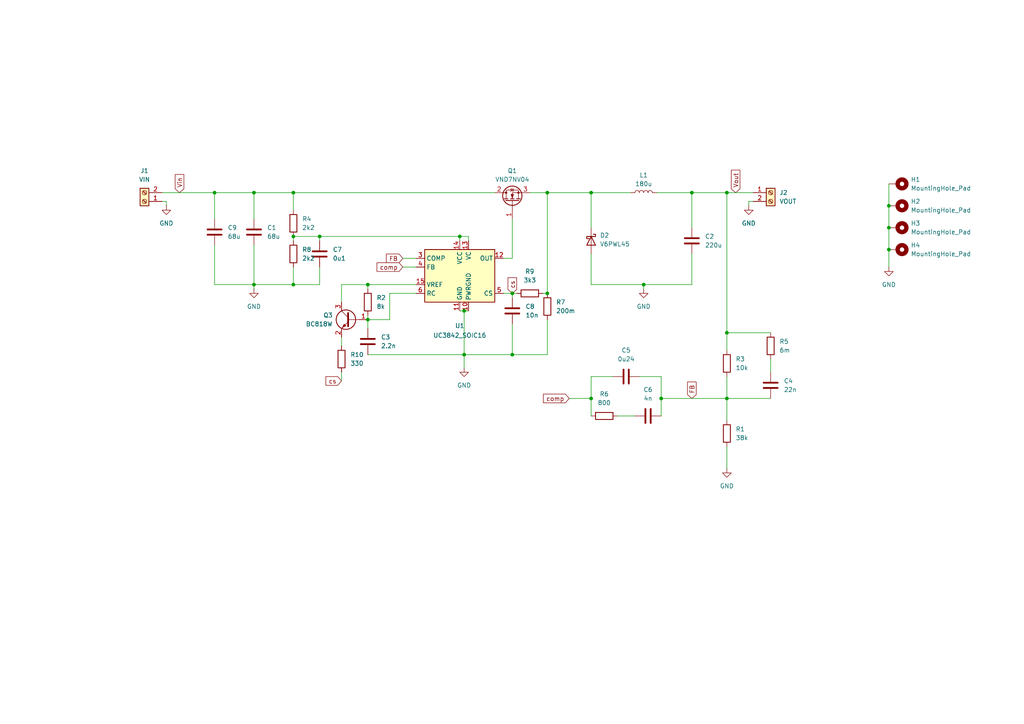
<source format=kicad_sch>
(kicad_sch
	(version 20250114)
	(generator "eeschema")
	(generator_version "9.0")
	(uuid "ddf07882-f8b1-4612-8d8b-8ce5a4c24d41")
	(paper "A4")
	(lib_symbols
		(symbol "Connector:Screw_Terminal_01x02"
			(pin_names
				(offset 1.016)
				(hide yes)
			)
			(exclude_from_sim no)
			(in_bom yes)
			(on_board yes)
			(property "Reference" "J"
				(at 0 2.54 0)
				(effects
					(font
						(size 1.27 1.27)
					)
				)
			)
			(property "Value" "Screw_Terminal_01x02"
				(at 0 -5.08 0)
				(effects
					(font
						(size 1.27 1.27)
					)
				)
			)
			(property "Footprint" ""
				(at 0 0 0)
				(effects
					(font
						(size 1.27 1.27)
					)
					(hide yes)
				)
			)
			(property "Datasheet" "~"
				(at 0 0 0)
				(effects
					(font
						(size 1.27 1.27)
					)
					(hide yes)
				)
			)
			(property "Description" "Generic screw terminal, single row, 01x02, script generated (kicad-library-utils/schlib/autogen/connector/)"
				(at 0 0 0)
				(effects
					(font
						(size 1.27 1.27)
					)
					(hide yes)
				)
			)
			(property "ki_keywords" "screw terminal"
				(at 0 0 0)
				(effects
					(font
						(size 1.27 1.27)
					)
					(hide yes)
				)
			)
			(property "ki_fp_filters" "TerminalBlock*:*"
				(at 0 0 0)
				(effects
					(font
						(size 1.27 1.27)
					)
					(hide yes)
				)
			)
			(symbol "Screw_Terminal_01x02_1_1"
				(rectangle
					(start -1.27 1.27)
					(end 1.27 -3.81)
					(stroke
						(width 0.254)
						(type default)
					)
					(fill
						(type background)
					)
				)
				(polyline
					(pts
						(xy -0.5334 0.3302) (xy 0.3302 -0.508)
					)
					(stroke
						(width 0.1524)
						(type default)
					)
					(fill
						(type none)
					)
				)
				(polyline
					(pts
						(xy -0.5334 -2.2098) (xy 0.3302 -3.048)
					)
					(stroke
						(width 0.1524)
						(type default)
					)
					(fill
						(type none)
					)
				)
				(polyline
					(pts
						(xy -0.3556 0.508) (xy 0.508 -0.3302)
					)
					(stroke
						(width 0.1524)
						(type default)
					)
					(fill
						(type none)
					)
				)
				(polyline
					(pts
						(xy -0.3556 -2.032) (xy 0.508 -2.8702)
					)
					(stroke
						(width 0.1524)
						(type default)
					)
					(fill
						(type none)
					)
				)
				(circle
					(center 0 0)
					(radius 0.635)
					(stroke
						(width 0.1524)
						(type default)
					)
					(fill
						(type none)
					)
				)
				(circle
					(center 0 -2.54)
					(radius 0.635)
					(stroke
						(width 0.1524)
						(type default)
					)
					(fill
						(type none)
					)
				)
				(pin passive line
					(at -5.08 0 0)
					(length 3.81)
					(name "Pin_1"
						(effects
							(font
								(size 1.27 1.27)
							)
						)
					)
					(number "1"
						(effects
							(font
								(size 1.27 1.27)
							)
						)
					)
				)
				(pin passive line
					(at -5.08 -2.54 0)
					(length 3.81)
					(name "Pin_2"
						(effects
							(font
								(size 1.27 1.27)
							)
						)
					)
					(number "2"
						(effects
							(font
								(size 1.27 1.27)
							)
						)
					)
				)
			)
			(embedded_fonts no)
		)
		(symbol "Device:C"
			(pin_numbers
				(hide yes)
			)
			(pin_names
				(offset 0.254)
			)
			(exclude_from_sim no)
			(in_bom yes)
			(on_board yes)
			(property "Reference" "C"
				(at 0.635 2.54 0)
				(effects
					(font
						(size 1.27 1.27)
					)
					(justify left)
				)
			)
			(property "Value" "C"
				(at 0.635 -2.54 0)
				(effects
					(font
						(size 1.27 1.27)
					)
					(justify left)
				)
			)
			(property "Footprint" ""
				(at 0.9652 -3.81 0)
				(effects
					(font
						(size 1.27 1.27)
					)
					(hide yes)
				)
			)
			(property "Datasheet" "~"
				(at 0 0 0)
				(effects
					(font
						(size 1.27 1.27)
					)
					(hide yes)
				)
			)
			(property "Description" "Unpolarized capacitor"
				(at 0 0 0)
				(effects
					(font
						(size 1.27 1.27)
					)
					(hide yes)
				)
			)
			(property "ki_keywords" "cap capacitor"
				(at 0 0 0)
				(effects
					(font
						(size 1.27 1.27)
					)
					(hide yes)
				)
			)
			(property "ki_fp_filters" "C_*"
				(at 0 0 0)
				(effects
					(font
						(size 1.27 1.27)
					)
					(hide yes)
				)
			)
			(symbol "C_0_1"
				(polyline
					(pts
						(xy -2.032 0.762) (xy 2.032 0.762)
					)
					(stroke
						(width 0.508)
						(type default)
					)
					(fill
						(type none)
					)
				)
				(polyline
					(pts
						(xy -2.032 -0.762) (xy 2.032 -0.762)
					)
					(stroke
						(width 0.508)
						(type default)
					)
					(fill
						(type none)
					)
				)
			)
			(symbol "C_1_1"
				(pin passive line
					(at 0 3.81 270)
					(length 2.794)
					(name "~"
						(effects
							(font
								(size 1.27 1.27)
							)
						)
					)
					(number "1"
						(effects
							(font
								(size 1.27 1.27)
							)
						)
					)
				)
				(pin passive line
					(at 0 -3.81 90)
					(length 2.794)
					(name "~"
						(effects
							(font
								(size 1.27 1.27)
							)
						)
					)
					(number "2"
						(effects
							(font
								(size 1.27 1.27)
							)
						)
					)
				)
			)
			(embedded_fonts no)
		)
		(symbol "Device:L"
			(pin_numbers
				(hide yes)
			)
			(pin_names
				(offset 1.016)
				(hide yes)
			)
			(exclude_from_sim no)
			(in_bom yes)
			(on_board yes)
			(property "Reference" "L"
				(at -1.27 0 90)
				(effects
					(font
						(size 1.27 1.27)
					)
				)
			)
			(property "Value" "L"
				(at 1.905 0 90)
				(effects
					(font
						(size 1.27 1.27)
					)
				)
			)
			(property "Footprint" ""
				(at 0 0 0)
				(effects
					(font
						(size 1.27 1.27)
					)
					(hide yes)
				)
			)
			(property "Datasheet" "~"
				(at 0 0 0)
				(effects
					(font
						(size 1.27 1.27)
					)
					(hide yes)
				)
			)
			(property "Description" "Inductor"
				(at 0 0 0)
				(effects
					(font
						(size 1.27 1.27)
					)
					(hide yes)
				)
			)
			(property "ki_keywords" "inductor choke coil reactor magnetic"
				(at 0 0 0)
				(effects
					(font
						(size 1.27 1.27)
					)
					(hide yes)
				)
			)
			(property "ki_fp_filters" "Choke_* *Coil* Inductor_* L_*"
				(at 0 0 0)
				(effects
					(font
						(size 1.27 1.27)
					)
					(hide yes)
				)
			)
			(symbol "L_0_1"
				(arc
					(start 0 2.54)
					(mid 0.6323 1.905)
					(end 0 1.27)
					(stroke
						(width 0)
						(type default)
					)
					(fill
						(type none)
					)
				)
				(arc
					(start 0 1.27)
					(mid 0.6323 0.635)
					(end 0 0)
					(stroke
						(width 0)
						(type default)
					)
					(fill
						(type none)
					)
				)
				(arc
					(start 0 0)
					(mid 0.6323 -0.635)
					(end 0 -1.27)
					(stroke
						(width 0)
						(type default)
					)
					(fill
						(type none)
					)
				)
				(arc
					(start 0 -1.27)
					(mid 0.6323 -1.905)
					(end 0 -2.54)
					(stroke
						(width 0)
						(type default)
					)
					(fill
						(type none)
					)
				)
			)
			(symbol "L_1_1"
				(pin passive line
					(at 0 3.81 270)
					(length 1.27)
					(name "1"
						(effects
							(font
								(size 1.27 1.27)
							)
						)
					)
					(number "1"
						(effects
							(font
								(size 1.27 1.27)
							)
						)
					)
				)
				(pin passive line
					(at 0 -3.81 90)
					(length 1.27)
					(name "2"
						(effects
							(font
								(size 1.27 1.27)
							)
						)
					)
					(number "2"
						(effects
							(font
								(size 1.27 1.27)
							)
						)
					)
				)
			)
			(embedded_fonts no)
		)
		(symbol "Device:R"
			(pin_numbers
				(hide yes)
			)
			(pin_names
				(offset 0)
			)
			(exclude_from_sim no)
			(in_bom yes)
			(on_board yes)
			(property "Reference" "R"
				(at 2.032 0 90)
				(effects
					(font
						(size 1.27 1.27)
					)
				)
			)
			(property "Value" "R"
				(at 0 0 90)
				(effects
					(font
						(size 1.27 1.27)
					)
				)
			)
			(property "Footprint" ""
				(at -1.778 0 90)
				(effects
					(font
						(size 1.27 1.27)
					)
					(hide yes)
				)
			)
			(property "Datasheet" "~"
				(at 0 0 0)
				(effects
					(font
						(size 1.27 1.27)
					)
					(hide yes)
				)
			)
			(property "Description" "Resistor"
				(at 0 0 0)
				(effects
					(font
						(size 1.27 1.27)
					)
					(hide yes)
				)
			)
			(property "ki_keywords" "R res resistor"
				(at 0 0 0)
				(effects
					(font
						(size 1.27 1.27)
					)
					(hide yes)
				)
			)
			(property "ki_fp_filters" "R_*"
				(at 0 0 0)
				(effects
					(font
						(size 1.27 1.27)
					)
					(hide yes)
				)
			)
			(symbol "R_0_1"
				(rectangle
					(start -1.016 -2.54)
					(end 1.016 2.54)
					(stroke
						(width 0.254)
						(type default)
					)
					(fill
						(type none)
					)
				)
			)
			(symbol "R_1_1"
				(pin passive line
					(at 0 3.81 270)
					(length 1.27)
					(name "~"
						(effects
							(font
								(size 1.27 1.27)
							)
						)
					)
					(number "1"
						(effects
							(font
								(size 1.27 1.27)
							)
						)
					)
				)
				(pin passive line
					(at 0 -3.81 90)
					(length 1.27)
					(name "~"
						(effects
							(font
								(size 1.27 1.27)
							)
						)
					)
					(number "2"
						(effects
							(font
								(size 1.27 1.27)
							)
						)
					)
				)
			)
			(embedded_fonts no)
		)
		(symbol "Mechanical:MountingHole_Pad"
			(pin_numbers
				(hide yes)
			)
			(pin_names
				(offset 1.016)
				(hide yes)
			)
			(exclude_from_sim no)
			(in_bom no)
			(on_board yes)
			(property "Reference" "H"
				(at 0 6.35 0)
				(effects
					(font
						(size 1.27 1.27)
					)
				)
			)
			(property "Value" "MountingHole_Pad"
				(at 0 4.445 0)
				(effects
					(font
						(size 1.27 1.27)
					)
				)
			)
			(property "Footprint" ""
				(at 0 0 0)
				(effects
					(font
						(size 1.27 1.27)
					)
					(hide yes)
				)
			)
			(property "Datasheet" "~"
				(at 0 0 0)
				(effects
					(font
						(size 1.27 1.27)
					)
					(hide yes)
				)
			)
			(property "Description" "Mounting Hole with connection"
				(at 0 0 0)
				(effects
					(font
						(size 1.27 1.27)
					)
					(hide yes)
				)
			)
			(property "ki_keywords" "mounting hole"
				(at 0 0 0)
				(effects
					(font
						(size 1.27 1.27)
					)
					(hide yes)
				)
			)
			(property "ki_fp_filters" "MountingHole*Pad*"
				(at 0 0 0)
				(effects
					(font
						(size 1.27 1.27)
					)
					(hide yes)
				)
			)
			(symbol "MountingHole_Pad_0_1"
				(circle
					(center 0 1.27)
					(radius 1.27)
					(stroke
						(width 1.27)
						(type default)
					)
					(fill
						(type none)
					)
				)
			)
			(symbol "MountingHole_Pad_1_1"
				(pin input line
					(at 0 -2.54 90)
					(length 2.54)
					(name "1"
						(effects
							(font
								(size 1.27 1.27)
							)
						)
					)
					(number "1"
						(effects
							(font
								(size 1.27 1.27)
							)
						)
					)
				)
			)
			(embedded_fonts no)
		)
		(symbol "Regulator_Controller:UC3842_SOIC16"
			(exclude_from_sim no)
			(in_bom yes)
			(on_board yes)
			(property "Reference" "U"
				(at 3.81 11.43 0)
				(effects
					(font
						(size 1.27 1.27)
					)
					(justify left)
				)
			)
			(property "Value" "UC3842_SOIC16"
				(at 3.81 8.89 0)
				(effects
					(font
						(size 1.27 1.27)
					)
					(justify left)
				)
			)
			(property "Footprint" "Package_SO:SOIC-16W_7.5x10.3mm_P1.27mm"
				(at 0 -11.43 0)
				(effects
					(font
						(size 1.27 1.27)
					)
					(hide yes)
				)
			)
			(property "Datasheet" "http://www.ti.com/lit/ds/symlink/uc2843a.pdf"
				(at 0 0 0)
				(effects
					(font
						(size 1.27 1.27)
					)
					(hide yes)
				)
			)
			(property "Description" "Current-Mode PWM Controllers, 100% Duty Cycle, 16V/10V UVLO, SOIC-16"
				(at 0 0 0)
				(effects
					(font
						(size 1.27 1.27)
					)
					(hide yes)
				)
			)
			(property "ki_keywords" "SMPS PWM Controller"
				(at 0 0 0)
				(effects
					(font
						(size 1.27 1.27)
					)
					(hide yes)
				)
			)
			(property "ki_fp_filters" "SOIC*7.5x10.3mm*P1.27mm*"
				(at 0 0 0)
				(effects
					(font
						(size 1.27 1.27)
					)
					(hide yes)
				)
			)
			(symbol "UC3842_SOIC16_0_1"
				(rectangle
					(start -10.16 -7.62)
					(end 10.16 7.62)
					(stroke
						(width 0.254)
						(type default)
					)
					(fill
						(type background)
					)
				)
			)
			(symbol "UC3842_SOIC16_1_1"
				(pin passive line
					(at -12.7 5.08 0)
					(length 2.54)
					(name "COMP"
						(effects
							(font
								(size 1.27 1.27)
							)
						)
					)
					(number "3"
						(effects
							(font
								(size 1.27 1.27)
							)
						)
					)
				)
				(pin input line
					(at -12.7 2.54 0)
					(length 2.54)
					(name "FB"
						(effects
							(font
								(size 1.27 1.27)
							)
						)
					)
					(number "4"
						(effects
							(font
								(size 1.27 1.27)
							)
						)
					)
				)
				(pin power_out line
					(at -12.7 -2.54 0)
					(length 2.54)
					(name "VREF"
						(effects
							(font
								(size 1.27 1.27)
							)
						)
					)
					(number "15"
						(effects
							(font
								(size 1.27 1.27)
							)
						)
					)
				)
				(pin passive line
					(at -12.7 -5.08 0)
					(length 2.54)
					(name "RC"
						(effects
							(font
								(size 1.27 1.27)
							)
						)
					)
					(number "6"
						(effects
							(font
								(size 1.27 1.27)
							)
						)
					)
				)
				(pin no_connect line
					(at -10.16 -7.62 90)
					(length 2.54)
					(hide yes)
					(name "NC"
						(effects
							(font
								(size 1.27 1.27)
							)
						)
					)
					(number "1"
						(effects
							(font
								(size 1.27 1.27)
							)
						)
					)
				)
				(pin no_connect line
					(at -7.62 -7.62 90)
					(length 2.54)
					(hide yes)
					(name "NC"
						(effects
							(font
								(size 1.27 1.27)
							)
						)
					)
					(number "2"
						(effects
							(font
								(size 1.27 1.27)
							)
						)
					)
				)
				(pin no_connect line
					(at -5.08 -7.62 90)
					(length 2.54)
					(hide yes)
					(name "NC"
						(effects
							(font
								(size 1.27 1.27)
							)
						)
					)
					(number "7"
						(effects
							(font
								(size 1.27 1.27)
							)
						)
					)
				)
				(pin no_connect line
					(at -2.54 -7.62 90)
					(length 2.54)
					(hide yes)
					(name "NC"
						(effects
							(font
								(size 1.27 1.27)
							)
						)
					)
					(number "8"
						(effects
							(font
								(size 1.27 1.27)
							)
						)
					)
				)
				(pin power_in line
					(at 0 10.16 270)
					(length 2.54)
					(name "VCC"
						(effects
							(font
								(size 1.27 1.27)
							)
						)
					)
					(number "14"
						(effects
							(font
								(size 1.27 1.27)
							)
						)
					)
				)
				(pin power_in line
					(at 0 -10.16 90)
					(length 2.54)
					(name "GND"
						(effects
							(font
								(size 1.27 1.27)
							)
						)
					)
					(number "11"
						(effects
							(font
								(size 1.27 1.27)
							)
						)
					)
				)
				(pin power_in line
					(at 2.54 10.16 270)
					(length 2.54)
					(name "VC"
						(effects
							(font
								(size 1.27 1.27)
							)
						)
					)
					(number "13"
						(effects
							(font
								(size 1.27 1.27)
							)
						)
					)
				)
				(pin power_in line
					(at 2.54 -10.16 90)
					(length 2.54)
					(name "PWRGND"
						(effects
							(font
								(size 1.27 1.27)
							)
						)
					)
					(number "10"
						(effects
							(font
								(size 1.27 1.27)
							)
						)
					)
				)
				(pin no_connect line
					(at 5.08 -7.62 90)
					(length 2.54)
					(hide yes)
					(name "NC"
						(effects
							(font
								(size 1.27 1.27)
							)
						)
					)
					(number "9"
						(effects
							(font
								(size 1.27 1.27)
							)
						)
					)
				)
				(pin no_connect line
					(at 7.62 -7.62 90)
					(length 2.54)
					(hide yes)
					(name "NC"
						(effects
							(font
								(size 1.27 1.27)
							)
						)
					)
					(number "16"
						(effects
							(font
								(size 1.27 1.27)
							)
						)
					)
				)
				(pin output line
					(at 12.7 5.08 180)
					(length 2.54)
					(name "OUT"
						(effects
							(font
								(size 1.27 1.27)
							)
						)
					)
					(number "12"
						(effects
							(font
								(size 1.27 1.27)
							)
						)
					)
				)
				(pin input line
					(at 12.7 -5.08 180)
					(length 2.54)
					(name "CS"
						(effects
							(font
								(size 1.27 1.27)
							)
						)
					)
					(number "5"
						(effects
							(font
								(size 1.27 1.27)
							)
						)
					)
				)
			)
			(embedded_fonts no)
		)
		(symbol "Transistor_BJT:BC818W"
			(pin_names
				(offset 0)
				(hide yes)
			)
			(exclude_from_sim no)
			(in_bom yes)
			(on_board yes)
			(property "Reference" "Q"
				(at 5.08 1.905 0)
				(effects
					(font
						(size 1.27 1.27)
					)
					(justify left)
				)
			)
			(property "Value" "BC818W"
				(at 5.08 0 0)
				(effects
					(font
						(size 1.27 1.27)
					)
					(justify left)
				)
			)
			(property "Footprint" "Package_TO_SOT_SMD:SOT-323_SC-70"
				(at 5.08 -1.905 0)
				(effects
					(font
						(size 1.27 1.27)
						(italic yes)
					)
					(justify left)
					(hide yes)
				)
			)
			(property "Datasheet" "https://www.onsemi.com/pub/Collateral/BC818-D.pdf"
				(at 0 0 0)
				(effects
					(font
						(size 1.27 1.27)
					)
					(justify left)
					(hide yes)
				)
			)
			(property "Description" "0.8A Ic, 25V Vce, NPN Transistor, SOT-323"
				(at 0 0 0)
				(effects
					(font
						(size 1.27 1.27)
					)
					(hide yes)
				)
			)
			(property "ki_keywords" "NPN Transistor"
				(at 0 0 0)
				(effects
					(font
						(size 1.27 1.27)
					)
					(hide yes)
				)
			)
			(property "ki_fp_filters" "SOT?323*"
				(at 0 0 0)
				(effects
					(font
						(size 1.27 1.27)
					)
					(hide yes)
				)
			)
			(symbol "BC818W_0_1"
				(polyline
					(pts
						(xy -2.54 0) (xy 0.635 0)
					)
					(stroke
						(width 0)
						(type default)
					)
					(fill
						(type none)
					)
				)
				(polyline
					(pts
						(xy 0.635 1.905) (xy 0.635 -1.905)
					)
					(stroke
						(width 0.508)
						(type default)
					)
					(fill
						(type none)
					)
				)
				(circle
					(center 1.27 0)
					(radius 2.8194)
					(stroke
						(width 0.254)
						(type default)
					)
					(fill
						(type none)
					)
				)
			)
			(symbol "BC818W_1_1"
				(polyline
					(pts
						(xy 0.635 0.635) (xy 2.54 2.54)
					)
					(stroke
						(width 0)
						(type default)
					)
					(fill
						(type none)
					)
				)
				(polyline
					(pts
						(xy 0.635 -0.635) (xy 2.54 -2.54)
					)
					(stroke
						(width 0)
						(type default)
					)
					(fill
						(type none)
					)
				)
				(polyline
					(pts
						(xy 1.27 -1.778) (xy 1.778 -1.27) (xy 2.286 -2.286) (xy 1.27 -1.778)
					)
					(stroke
						(width 0)
						(type default)
					)
					(fill
						(type outline)
					)
				)
				(pin input line
					(at -5.08 0 0)
					(length 2.54)
					(name "B"
						(effects
							(font
								(size 1.27 1.27)
							)
						)
					)
					(number "1"
						(effects
							(font
								(size 1.27 1.27)
							)
						)
					)
				)
				(pin passive line
					(at 2.54 5.08 270)
					(length 2.54)
					(name "C"
						(effects
							(font
								(size 1.27 1.27)
							)
						)
					)
					(number "3"
						(effects
							(font
								(size 1.27 1.27)
							)
						)
					)
				)
				(pin passive line
					(at 2.54 -5.08 90)
					(length 2.54)
					(name "E"
						(effects
							(font
								(size 1.27 1.27)
							)
						)
					)
					(number "2"
						(effects
							(font
								(size 1.27 1.27)
							)
						)
					)
				)
			)
			(embedded_fonts no)
		)
		(symbol "custom:V6PWL45"
			(pin_numbers
				(hide yes)
			)
			(pin_names
				(offset 1.016)
				(hide yes)
			)
			(exclude_from_sim no)
			(in_bom yes)
			(on_board yes)
			(property "Reference" "D"
				(at 0 2.54 0)
				(effects
					(font
						(size 1.27 1.27)
					)
				)
			)
			(property "Value" "V6PWL45"
				(at 0 -2.54 0)
				(effects
					(font
						(size 1.27 1.27)
					)
				)
			)
			(property "Footprint" "Package_TO_SOT_SMD:TO-252-2_TabPin1"
				(at 0 -4.445 0)
				(effects
					(font
						(size 1.27 1.27)
					)
					(hide yes)
				)
			)
			(property "Datasheet" "https://www.vishay.com/docs/98173/v6pwl45.pdf"
				(at 0.762 -6.858 0)
				(effects
					(font
						(size 1.27 1.27)
					)
					(hide yes)
				)
			)
			(property "Description" "45V, 6A, SiC Schottky Diode, TO-252"
				(at -1.016 -9.398 0)
				(effects
					(font
						(size 1.27 1.27)
					)
					(hide yes)
				)
			)
			(property "ki_keywords" "sic diode"
				(at 0 0 0)
				(effects
					(font
						(size 1.27 1.27)
					)
					(hide yes)
				)
			)
			(property "ki_fp_filters" "TO?252*TabPin1*"
				(at 0 0 0)
				(effects
					(font
						(size 1.27 1.27)
					)
					(hide yes)
				)
			)
			(symbol "V6PWL45_0_1"
				(polyline
					(pts
						(xy -1.905 0.635) (xy -1.905 1.27) (xy -1.27 1.27) (xy -1.27 -1.27) (xy -0.635 -1.27) (xy -0.635 -0.635)
					)
					(stroke
						(width 0.254)
						(type default)
					)
					(fill
						(type none)
					)
				)
				(polyline
					(pts
						(xy 1.27 1.27) (xy 1.27 -1.27) (xy -1.27 0) (xy 1.27 1.27)
					)
					(stroke
						(width 0.254)
						(type default)
					)
					(fill
						(type none)
					)
				)
				(polyline
					(pts
						(xy 1.27 0) (xy -1.27 0)
					)
					(stroke
						(width 0)
						(type default)
					)
					(fill
						(type none)
					)
				)
			)
			(symbol "V6PWL45_1_1"
				(pin passive line
					(at -3.81 0 0)
					(length 2.54)
					(name "K"
						(effects
							(font
								(size 1.27 1.27)
							)
						)
					)
					(number "1"
						(effects
							(font
								(size 1.27 1.27)
							)
						)
					)
				)
				(pin passive line
					(at 3.81 0 180)
					(length 2.54)
					(name "A"
						(effects
							(font
								(size 1.27 1.27)
							)
						)
					)
					(number "2"
						(effects
							(font
								(size 1.27 1.27)
							)
						)
					)
				)
			)
			(embedded_fonts no)
		)
		(symbol "custom:VND7NV04"
			(pin_names
				(hide yes)
			)
			(exclude_from_sim no)
			(in_bom yes)
			(on_board yes)
			(property "Reference" "Q1"
				(at 8.89 0 90)
				(effects
					(font
						(size 1.27 1.27)
					)
				)
			)
			(property "Value" "VND7NV04"
				(at 6.35 0 90)
				(effects
					(font
						(size 1.27 1.27)
					)
				)
			)
			(property "Footprint" "Package_TO_SOT_SMD:TO-252-2"
				(at 5.08 -1.905 0)
				(effects
					(font
						(size 1.27 1.27)
						(italic yes)
					)
					(justify left)
					(hide yes)
				)
			)
			(property "Datasheet" "https://www.st.com/resource/en/datasheet/vnd7nv04.pdf"
				(at 5.08 -3.81 0)
				(effects
					(font
						(size 1.27 1.27)
					)
					(justify left)
					(hide yes)
				)
			)
			(property "Description" "6A Id, 40V Vds, NexFET N-Channel Power MOSFET, 60mOhm Ron, Qg (typ) 7.9nC, SON8 5x6mm"
				(at 0 0 0)
				(effects
					(font
						(size 1.27 1.27)
					)
					(hide yes)
				)
			)
			(property "ki_keywords" "NexFET Power MOSFET N-MOS"
				(at 0 0 0)
				(effects
					(font
						(size 1.27 1.27)
					)
					(hide yes)
				)
			)
			(property "ki_fp_filters" "TDSON*"
				(at 0 0 0)
				(effects
					(font
						(size 1.27 1.27)
					)
					(hide yes)
				)
			)
			(symbol "VND7NV04_0_1"
				(polyline
					(pts
						(xy 0.254 1.905) (xy 0.254 -1.905)
					)
					(stroke
						(width 0.254)
						(type default)
					)
					(fill
						(type none)
					)
				)
				(polyline
					(pts
						(xy 0.254 0) (xy -2.54 0)
					)
					(stroke
						(width 0)
						(type default)
					)
					(fill
						(type none)
					)
				)
				(polyline
					(pts
						(xy 0.762 2.286) (xy 0.762 1.27)
					)
					(stroke
						(width 0.254)
						(type default)
					)
					(fill
						(type none)
					)
				)
				(polyline
					(pts
						(xy 0.762 0.508) (xy 0.762 -0.508)
					)
					(stroke
						(width 0.254)
						(type default)
					)
					(fill
						(type none)
					)
				)
				(polyline
					(pts
						(xy 0.762 -1.27) (xy 0.762 -2.286)
					)
					(stroke
						(width 0.254)
						(type default)
					)
					(fill
						(type none)
					)
				)
				(polyline
					(pts
						(xy 0.762 -1.778) (xy 3.302 -1.778) (xy 3.302 1.778) (xy 0.762 1.778)
					)
					(stroke
						(width 0)
						(type default)
					)
					(fill
						(type none)
					)
				)
				(polyline
					(pts
						(xy 1.016 0) (xy 2.032 0.381) (xy 2.032 -0.381) (xy 1.016 0)
					)
					(stroke
						(width 0)
						(type default)
					)
					(fill
						(type outline)
					)
				)
				(circle
					(center 1.651 0)
					(radius 2.794)
					(stroke
						(width 0.254)
						(type default)
					)
					(fill
						(type none)
					)
				)
				(polyline
					(pts
						(xy 2.54 2.54) (xy 2.54 1.778)
					)
					(stroke
						(width 0)
						(type default)
					)
					(fill
						(type none)
					)
				)
				(circle
					(center 2.54 1.778)
					(radius 0.254)
					(stroke
						(width 0)
						(type default)
					)
					(fill
						(type outline)
					)
				)
				(circle
					(center 2.54 -1.778)
					(radius 0.254)
					(stroke
						(width 0)
						(type default)
					)
					(fill
						(type outline)
					)
				)
				(polyline
					(pts
						(xy 2.54 -2.54) (xy 2.54 0) (xy 0.762 0)
					)
					(stroke
						(width 0)
						(type default)
					)
					(fill
						(type none)
					)
				)
				(polyline
					(pts
						(xy 2.794 0.508) (xy 2.921 0.381) (xy 3.683 0.381) (xy 3.81 0.254)
					)
					(stroke
						(width 0)
						(type default)
					)
					(fill
						(type none)
					)
				)
				(polyline
					(pts
						(xy 3.302 0.381) (xy 2.921 -0.254) (xy 3.683 -0.254) (xy 3.302 0.381)
					)
					(stroke
						(width 0)
						(type default)
					)
					(fill
						(type none)
					)
				)
			)
			(symbol "VND7NV04_1_1"
				(pin passive line
					(at -5.08 0 0)
					(length 2.54)
					(name "G"
						(effects
							(font
								(size 1.27 1.27)
							)
						)
					)
					(number "1"
						(effects
							(font
								(size 1.27 1.27)
							)
						)
					)
				)
				(pin passive line
					(at 2.54 5.08 270)
					(length 2.54)
					(name "D"
						(effects
							(font
								(size 1.27 1.27)
							)
						)
					)
					(number "2"
						(effects
							(font
								(size 1.27 1.27)
							)
						)
					)
				)
				(pin passive line
					(at 2.54 -5.08 90)
					(length 2.54)
					(name "S"
						(effects
							(font
								(size 1.27 1.27)
							)
						)
					)
					(number "3"
						(effects
							(font
								(size 1.27 1.27)
							)
						)
					)
				)
				(pin passive line
					(at 2.54 -5.08 90)
					(length 2.54)
					(hide yes)
					(name "S"
						(effects
							(font
								(size 1.27 1.27)
							)
						)
					)
					(number "3"
						(effects
							(font
								(size 1.27 1.27)
							)
						)
					)
				)
			)
			(embedded_fonts no)
		)
		(symbol "power:GND"
			(power)
			(pin_numbers
				(hide yes)
			)
			(pin_names
				(offset 0)
				(hide yes)
			)
			(exclude_from_sim no)
			(in_bom yes)
			(on_board yes)
			(property "Reference" "#PWR"
				(at 0 -6.35 0)
				(effects
					(font
						(size 1.27 1.27)
					)
					(hide yes)
				)
			)
			(property "Value" "GND"
				(at 0 -3.81 0)
				(effects
					(font
						(size 1.27 1.27)
					)
				)
			)
			(property "Footprint" ""
				(at 0 0 0)
				(effects
					(font
						(size 1.27 1.27)
					)
					(hide yes)
				)
			)
			(property "Datasheet" ""
				(at 0 0 0)
				(effects
					(font
						(size 1.27 1.27)
					)
					(hide yes)
				)
			)
			(property "Description" "Power symbol creates a global label with name \"GND\" , ground"
				(at 0 0 0)
				(effects
					(font
						(size 1.27 1.27)
					)
					(hide yes)
				)
			)
			(property "ki_keywords" "global power"
				(at 0 0 0)
				(effects
					(font
						(size 1.27 1.27)
					)
					(hide yes)
				)
			)
			(symbol "GND_0_1"
				(polyline
					(pts
						(xy 0 0) (xy 0 -1.27) (xy 1.27 -1.27) (xy 0 -2.54) (xy -1.27 -1.27) (xy 0 -1.27)
					)
					(stroke
						(width 0)
						(type default)
					)
					(fill
						(type none)
					)
				)
			)
			(symbol "GND_1_1"
				(pin power_in line
					(at 0 0 270)
					(length 0)
					(name "~"
						(effects
							(font
								(size 1.27 1.27)
							)
						)
					)
					(number "1"
						(effects
							(font
								(size 1.27 1.27)
							)
						)
					)
				)
			)
			(embedded_fonts no)
		)
	)
	(junction
		(at 257.81 72.39)
		(diameter 0)
		(color 0 0 0 0)
		(uuid "1b7b690f-e4c3-4a4d-8738-cf9a9fbec6ed")
	)
	(junction
		(at 106.68 92.71)
		(diameter 0)
		(color 0 0 0 0)
		(uuid "3423bdb4-6341-489d-979e-bc0f8729f789")
	)
	(junction
		(at 210.82 96.52)
		(diameter 0)
		(color 0 0 0 0)
		(uuid "38c79743-d28e-4745-ba26-460ad67bf459")
	)
	(junction
		(at 200.66 55.88)
		(diameter 0)
		(color 0 0 0 0)
		(uuid "3ce7e221-fdec-4b25-9d15-3ae71d2cf025")
	)
	(junction
		(at 85.09 82.55)
		(diameter 0)
		(color 0 0 0 0)
		(uuid "3d83bb8b-4322-4ab8-911f-0ac6c0ecc08a")
	)
	(junction
		(at 158.75 55.88)
		(diameter 0)
		(color 0 0 0 0)
		(uuid "47ff1b1d-4c4d-44ec-a7b2-16511c5f4915")
	)
	(junction
		(at 85.09 68.58)
		(diameter 0)
		(color 0 0 0 0)
		(uuid "4d1586f6-af55-4f5c-91e1-47287075f953")
	)
	(junction
		(at 134.62 90.17)
		(diameter 0)
		(color 0 0 0 0)
		(uuid "4d650826-efd0-4d93-8885-e3fe7a02557f")
	)
	(junction
		(at 62.23 55.88)
		(diameter 0)
		(color 0 0 0 0)
		(uuid "4f639eca-f7da-40f4-b5f0-1a2d73137612")
	)
	(junction
		(at 186.69 82.55)
		(diameter 0)
		(color 0 0 0 0)
		(uuid "50fe192b-1cc3-4be5-97bc-031fe80e57df")
	)
	(junction
		(at 134.62 102.87)
		(diameter 0)
		(color 0 0 0 0)
		(uuid "5208016e-a20a-47b4-a711-e74004c19bcc")
	)
	(junction
		(at 257.81 59.69)
		(diameter 0)
		(color 0 0 0 0)
		(uuid "58a0ec33-631d-4c9c-8d53-13a8b8813c3e")
	)
	(junction
		(at 92.71 68.58)
		(diameter 0)
		(color 0 0 0 0)
		(uuid "6698f05a-7f6d-42ed-843a-0c9fa2cb77aa")
	)
	(junction
		(at 257.81 66.04)
		(diameter 0)
		(color 0 0 0 0)
		(uuid "69e3b5a4-8c5a-4369-a26b-67ee5e25c9cd")
	)
	(junction
		(at 73.66 82.55)
		(diameter 0)
		(color 0 0 0 0)
		(uuid "6ce4d4f3-4f0c-4c9a-adb5-5241a0db23a8")
	)
	(junction
		(at 133.35 68.58)
		(diameter 0)
		(color 0 0 0 0)
		(uuid "972cf08e-6eca-4fff-a525-dca839e87d8e")
	)
	(junction
		(at 73.66 55.88)
		(diameter 0)
		(color 0 0 0 0)
		(uuid "a0e16b6e-86fb-45ff-91f2-e541cc7a93e9")
	)
	(junction
		(at 85.09 55.88)
		(diameter 0)
		(color 0 0 0 0)
		(uuid "a4a404cf-cf51-41ca-b813-32e5154a9273")
	)
	(junction
		(at 171.45 115.57)
		(diameter 0)
		(color 0 0 0 0)
		(uuid "a8482860-a0d4-426e-b06c-86d5116574b7")
	)
	(junction
		(at 191.77 115.57)
		(diameter 0)
		(color 0 0 0 0)
		(uuid "ae7581a7-7f82-460b-83ee-603bd22c904b")
	)
	(junction
		(at 171.45 55.88)
		(diameter 0)
		(color 0 0 0 0)
		(uuid "b2fdb2b5-b7d8-4a3d-af37-e3a56f54217c")
	)
	(junction
		(at 158.75 85.09)
		(diameter 0)
		(color 0 0 0 0)
		(uuid "beb7a06a-1d91-4666-9762-d155aa1da51c")
	)
	(junction
		(at 148.59 102.87)
		(diameter 0)
		(color 0 0 0 0)
		(uuid "df2ccd64-0db1-4c4d-b411-5d086afd5b14")
	)
	(junction
		(at 106.68 82.55)
		(diameter 0)
		(color 0 0 0 0)
		(uuid "dfa35532-60f4-4d18-8d6d-2353f0caaf60")
	)
	(junction
		(at 210.82 55.88)
		(diameter 0)
		(color 0 0 0 0)
		(uuid "edd98231-48c8-4ea2-817f-9b03ef1f3676")
	)
	(junction
		(at 148.59 85.09)
		(diameter 0)
		(color 0 0 0 0)
		(uuid "f8d8b864-0a59-402f-8764-ee4a15eac06c")
	)
	(junction
		(at 210.82 115.57)
		(diameter 0)
		(color 0 0 0 0)
		(uuid "fe5ca2ef-22b5-4cc0-bd72-f179f04f788b")
	)
	(wire
		(pts
			(xy 149.86 85.09) (xy 148.59 85.09)
		)
		(stroke
			(width 0)
			(type default)
		)
		(uuid "04762fe1-b37f-431a-bd20-d504deda6721")
	)
	(wire
		(pts
			(xy 92.71 68.58) (xy 133.35 68.58)
		)
		(stroke
			(width 0)
			(type default)
		)
		(uuid "06cfdf03-6333-46ae-a346-8edd2dcd20ac")
	)
	(wire
		(pts
			(xy 217.17 59.69) (xy 217.17 58.42)
		)
		(stroke
			(width 0)
			(type default)
		)
		(uuid "0766f259-46cd-4133-837f-61fb5c6d7f05")
	)
	(wire
		(pts
			(xy 85.09 55.88) (xy 143.51 55.88)
		)
		(stroke
			(width 0)
			(type default)
		)
		(uuid "1358da84-3c83-42c0-b6bd-5492e23a1198")
	)
	(wire
		(pts
			(xy 62.23 55.88) (xy 62.23 63.5)
		)
		(stroke
			(width 0)
			(type default)
		)
		(uuid "139e1b8c-2a05-4efa-be9b-70cb6502dc92")
	)
	(wire
		(pts
			(xy 200.66 73.66) (xy 200.66 82.55)
		)
		(stroke
			(width 0)
			(type default)
		)
		(uuid "15e8b2cc-4be2-48f3-85e3-147a6042b103")
	)
	(wire
		(pts
			(xy 146.05 74.93) (xy 148.59 74.93)
		)
		(stroke
			(width 0)
			(type default)
		)
		(uuid "1a4ea3ee-502a-46ab-884e-d8622a97ffc5")
	)
	(wire
		(pts
			(xy 148.59 63.5) (xy 148.59 74.93)
		)
		(stroke
			(width 0)
			(type default)
		)
		(uuid "210b9605-8d20-4aef-a930-0f169d04181c")
	)
	(wire
		(pts
			(xy 210.82 115.57) (xy 223.52 115.57)
		)
		(stroke
			(width 0)
			(type default)
		)
		(uuid "2255b605-62e8-41be-a6ae-bb12f8561ccd")
	)
	(wire
		(pts
			(xy 134.62 90.17) (xy 134.62 102.87)
		)
		(stroke
			(width 0)
			(type default)
		)
		(uuid "2a4ceabb-4ad1-472c-8064-d2688160971d")
	)
	(wire
		(pts
			(xy 185.42 109.22) (xy 191.77 109.22)
		)
		(stroke
			(width 0)
			(type default)
		)
		(uuid "2b1e4643-6fe2-4b9d-b6a8-677afabb3ae2")
	)
	(wire
		(pts
			(xy 62.23 55.88) (xy 73.66 55.88)
		)
		(stroke
			(width 0)
			(type default)
		)
		(uuid "2e2239ad-474b-4bd7-9f00-6d20bbf219c8")
	)
	(wire
		(pts
			(xy 133.35 68.58) (xy 133.35 69.85)
		)
		(stroke
			(width 0)
			(type default)
		)
		(uuid "2febd819-a6e5-4aad-947c-49a12b5751a3")
	)
	(wire
		(pts
			(xy 113.03 92.71) (xy 106.68 92.71)
		)
		(stroke
			(width 0)
			(type default)
		)
		(uuid "34efc115-b549-4d6a-819c-039c8919104e")
	)
	(wire
		(pts
			(xy 210.82 115.57) (xy 210.82 121.92)
		)
		(stroke
			(width 0)
			(type default)
		)
		(uuid "3502f5d9-97f1-404e-841e-d11374b9526f")
	)
	(wire
		(pts
			(xy 62.23 71.12) (xy 62.23 82.55)
		)
		(stroke
			(width 0)
			(type default)
		)
		(uuid "38438af9-4f12-4870-8a1a-01af9da19e66")
	)
	(wire
		(pts
			(xy 179.07 120.65) (xy 184.15 120.65)
		)
		(stroke
			(width 0)
			(type default)
		)
		(uuid "3b307d22-f304-4917-b88e-4683a888b103")
	)
	(wire
		(pts
			(xy 73.66 82.55) (xy 85.09 82.55)
		)
		(stroke
			(width 0)
			(type default)
		)
		(uuid "3e406419-5511-4551-bc73-1668cd5f5fed")
	)
	(wire
		(pts
			(xy 106.68 82.55) (xy 120.65 82.55)
		)
		(stroke
			(width 0)
			(type default)
		)
		(uuid "44b84323-48cc-4987-8dc0-96d4c73eee9c")
	)
	(wire
		(pts
			(xy 257.81 66.04) (xy 257.81 72.39)
		)
		(stroke
			(width 0)
			(type default)
		)
		(uuid "46179dd2-2774-42f2-8725-17163bfcb597")
	)
	(wire
		(pts
			(xy 158.75 55.88) (xy 158.75 85.09)
		)
		(stroke
			(width 0)
			(type default)
		)
		(uuid "47d6aeb0-a5a6-40ad-ab08-f43cbd04052d")
	)
	(wire
		(pts
			(xy 73.66 83.82) (xy 73.66 82.55)
		)
		(stroke
			(width 0)
			(type default)
		)
		(uuid "489f87e9-39d7-4abd-a4a2-3bfa713b3762")
	)
	(wire
		(pts
			(xy 217.17 58.42) (xy 218.44 58.42)
		)
		(stroke
			(width 0)
			(type default)
		)
		(uuid "49d25089-eff4-4d52-81e8-fed2553c35a9")
	)
	(wire
		(pts
			(xy 200.66 55.88) (xy 210.82 55.88)
		)
		(stroke
			(width 0)
			(type default)
		)
		(uuid "4d64b0fa-a7d0-4482-8088-05b099802b63")
	)
	(wire
		(pts
			(xy 191.77 115.57) (xy 210.82 115.57)
		)
		(stroke
			(width 0)
			(type default)
		)
		(uuid "4e695959-3afe-4401-94b5-ce7a1cd11610")
	)
	(wire
		(pts
			(xy 134.62 90.17) (xy 135.89 90.17)
		)
		(stroke
			(width 0)
			(type default)
		)
		(uuid "50b501ff-90e9-4e23-8f97-8bfee56e1778")
	)
	(wire
		(pts
			(xy 116.84 77.47) (xy 120.65 77.47)
		)
		(stroke
			(width 0)
			(type default)
		)
		(uuid "613ae4ae-d851-466b-af4e-d69bf4a37b9d")
	)
	(wire
		(pts
			(xy 134.62 102.87) (xy 134.62 106.68)
		)
		(stroke
			(width 0)
			(type default)
		)
		(uuid "61c3f4e1-4526-4991-b13a-e0b578641a58")
	)
	(wire
		(pts
			(xy 158.75 102.87) (xy 148.59 102.87)
		)
		(stroke
			(width 0)
			(type default)
		)
		(uuid "62457944-5171-495d-bf51-02dd08b120b8")
	)
	(wire
		(pts
			(xy 191.77 109.22) (xy 191.77 115.57)
		)
		(stroke
			(width 0)
			(type default)
		)
		(uuid "63b22f08-e2f4-4cf9-ba3f-516ca6d69e2a")
	)
	(wire
		(pts
			(xy 200.66 55.88) (xy 200.66 66.04)
		)
		(stroke
			(width 0)
			(type default)
		)
		(uuid "6982e3e7-d91b-495b-be48-ee37950f12de")
	)
	(wire
		(pts
			(xy 210.82 96.52) (xy 210.82 101.6)
		)
		(stroke
			(width 0)
			(type default)
		)
		(uuid "6b6cd687-9e4d-4767-88ce-55a662d53f53")
	)
	(wire
		(pts
			(xy 133.35 90.17) (xy 134.62 90.17)
		)
		(stroke
			(width 0)
			(type default)
		)
		(uuid "6c33658e-0506-4d4e-88b2-eb9e177b10e2")
	)
	(wire
		(pts
			(xy 73.66 55.88) (xy 73.66 63.5)
		)
		(stroke
			(width 0)
			(type default)
		)
		(uuid "757d5107-37f2-416f-b6f1-603b51069822")
	)
	(wire
		(pts
			(xy 134.62 102.87) (xy 148.59 102.87)
		)
		(stroke
			(width 0)
			(type default)
		)
		(uuid "77b9fb8e-0152-455e-abe7-b0f35faa61b8")
	)
	(wire
		(pts
			(xy 223.52 104.14) (xy 223.52 107.95)
		)
		(stroke
			(width 0)
			(type default)
		)
		(uuid "784df884-a5ca-4da1-bdc9-41318bf4bc9b")
	)
	(wire
		(pts
			(xy 210.82 129.54) (xy 210.82 135.89)
		)
		(stroke
			(width 0)
			(type default)
		)
		(uuid "79d9d39d-ab24-4e80-9355-90f6ded55223")
	)
	(wire
		(pts
			(xy 133.35 68.58) (xy 135.89 68.58)
		)
		(stroke
			(width 0)
			(type default)
		)
		(uuid "7bdaa661-ae6c-4807-9a8e-3f3dd35bf27a")
	)
	(wire
		(pts
			(xy 191.77 115.57) (xy 191.77 120.65)
		)
		(stroke
			(width 0)
			(type default)
		)
		(uuid "7dfac285-1823-4fbb-90e5-61b6d73791a4")
	)
	(wire
		(pts
			(xy 106.68 82.55) (xy 106.68 83.82)
		)
		(stroke
			(width 0)
			(type default)
		)
		(uuid "7e24200b-d2ce-42a8-bbc5-f201e9a11843")
	)
	(wire
		(pts
			(xy 171.45 82.55) (xy 186.69 82.55)
		)
		(stroke
			(width 0)
			(type default)
		)
		(uuid "7e3b67f1-791e-4a9a-9027-6070ef239962")
	)
	(wire
		(pts
			(xy 257.81 72.39) (xy 257.81 77.47)
		)
		(stroke
			(width 0)
			(type default)
		)
		(uuid "8163b3b8-db8b-44e8-a248-655dd94a991f")
	)
	(wire
		(pts
			(xy 210.82 55.88) (xy 218.44 55.88)
		)
		(stroke
			(width 0)
			(type default)
		)
		(uuid "8684b5b3-8658-48b0-ad07-605c0a8860d0")
	)
	(wire
		(pts
			(xy 210.82 109.22) (xy 210.82 115.57)
		)
		(stroke
			(width 0)
			(type default)
		)
		(uuid "90161492-64be-4d98-8329-394a219c8bb3")
	)
	(wire
		(pts
			(xy 186.69 82.55) (xy 200.66 82.55)
		)
		(stroke
			(width 0)
			(type default)
		)
		(uuid "90b6dfff-554f-4613-99e8-c062ebbc0e64")
	)
	(wire
		(pts
			(xy 85.09 68.58) (xy 85.09 69.85)
		)
		(stroke
			(width 0)
			(type default)
		)
		(uuid "9328259c-7038-430b-b19f-31d7b58a98f4")
	)
	(wire
		(pts
			(xy 171.45 115.57) (xy 171.45 109.22)
		)
		(stroke
			(width 0)
			(type default)
		)
		(uuid "99cd1f7b-f255-41a3-acee-cbaf72ee8d7f")
	)
	(wire
		(pts
			(xy 257.81 53.34) (xy 257.81 59.69)
		)
		(stroke
			(width 0)
			(type default)
		)
		(uuid "9b76377d-2c9a-4348-8bc5-b510a63f3e24")
	)
	(wire
		(pts
			(xy 158.75 85.09) (xy 157.48 85.09)
		)
		(stroke
			(width 0)
			(type default)
		)
		(uuid "9ece7427-eb3c-4bc2-8db3-36ef2b3fa6c7")
	)
	(wire
		(pts
			(xy 146.05 85.09) (xy 148.59 85.09)
		)
		(stroke
			(width 0)
			(type default)
		)
		(uuid "a444c2a2-da86-4f06-bf34-664e2f7c1b8a")
	)
	(wire
		(pts
			(xy 171.45 55.88) (xy 171.45 66.04)
		)
		(stroke
			(width 0)
			(type default)
		)
		(uuid "a54d28a4-a9f8-4ad2-a3b4-067302b14605")
	)
	(wire
		(pts
			(xy 46.99 58.42) (xy 48.26 58.42)
		)
		(stroke
			(width 0)
			(type default)
		)
		(uuid "a810c025-3616-4edb-ac09-b659caecf0b0")
	)
	(wire
		(pts
			(xy 120.65 85.09) (xy 113.03 85.09)
		)
		(stroke
			(width 0)
			(type default)
		)
		(uuid "a862b63e-361e-4b75-af0f-8a12c5b3e1c4")
	)
	(wire
		(pts
			(xy 99.06 82.55) (xy 99.06 87.63)
		)
		(stroke
			(width 0)
			(type default)
		)
		(uuid "aa73e4a1-e7d7-4c9a-83a7-dcd06a4d33d0")
	)
	(wire
		(pts
			(xy 116.84 74.93) (xy 120.65 74.93)
		)
		(stroke
			(width 0)
			(type default)
		)
		(uuid "ab16a723-6173-495e-aa6a-a934b55d84a6")
	)
	(wire
		(pts
			(xy 171.45 120.65) (xy 171.45 115.57)
		)
		(stroke
			(width 0)
			(type default)
		)
		(uuid "abb15346-7280-434e-807b-979f53e9d37f")
	)
	(wire
		(pts
			(xy 135.89 68.58) (xy 135.89 69.85)
		)
		(stroke
			(width 0)
			(type default)
		)
		(uuid "aea2a80e-0829-49da-91db-11c0c3e6e264")
	)
	(wire
		(pts
			(xy 165.1 115.57) (xy 171.45 115.57)
		)
		(stroke
			(width 0)
			(type default)
		)
		(uuid "af9d8e41-c34d-460b-80d0-a5bee1b2914d")
	)
	(wire
		(pts
			(xy 99.06 97.79) (xy 99.06 100.33)
		)
		(stroke
			(width 0)
			(type default)
		)
		(uuid "b62ede0c-f3e2-4996-b96b-393af8fffc15")
	)
	(wire
		(pts
			(xy 171.45 109.22) (xy 177.8 109.22)
		)
		(stroke
			(width 0)
			(type default)
		)
		(uuid "b9b4c1a5-2776-45a0-8d3d-214b48b9d434")
	)
	(wire
		(pts
			(xy 257.81 59.69) (xy 257.81 66.04)
		)
		(stroke
			(width 0)
			(type default)
		)
		(uuid "bb0f69f5-a5f4-498e-8ed2-6f40b2eacc5c")
	)
	(wire
		(pts
			(xy 46.99 55.88) (xy 62.23 55.88)
		)
		(stroke
			(width 0)
			(type default)
		)
		(uuid "bcbf03de-159d-488c-8f8b-5204cb71ca4b")
	)
	(wire
		(pts
			(xy 99.06 107.95) (xy 99.06 110.49)
		)
		(stroke
			(width 0)
			(type default)
		)
		(uuid "be654302-5785-45e8-a298-4b5c995bed63")
	)
	(wire
		(pts
			(xy 106.68 82.55) (xy 99.06 82.55)
		)
		(stroke
			(width 0)
			(type default)
		)
		(uuid "c0083901-a91a-481e-9f20-58f1e0bd9ee1")
	)
	(wire
		(pts
			(xy 73.66 71.12) (xy 73.66 82.55)
		)
		(stroke
			(width 0)
			(type default)
		)
		(uuid "c0fa4259-c959-43f3-bb84-028f0ccd3577")
	)
	(wire
		(pts
			(xy 158.75 55.88) (xy 171.45 55.88)
		)
		(stroke
			(width 0)
			(type default)
		)
		(uuid "c22bbddc-e17e-4c8d-b0e5-051e4d6f3e4b")
	)
	(wire
		(pts
			(xy 106.68 92.71) (xy 106.68 91.44)
		)
		(stroke
			(width 0)
			(type default)
		)
		(uuid "c48fa1be-cb56-4665-b102-7608bdba6016")
	)
	(wire
		(pts
			(xy 153.67 55.88) (xy 158.75 55.88)
		)
		(stroke
			(width 0)
			(type default)
		)
		(uuid "c6cff8e9-0d9e-456f-9912-7109dfa615cd")
	)
	(wire
		(pts
			(xy 171.45 55.88) (xy 182.88 55.88)
		)
		(stroke
			(width 0)
			(type default)
		)
		(uuid "ca50cb51-16a0-45b6-b7ad-a3a7bacfb9be")
	)
	(wire
		(pts
			(xy 210.82 96.52) (xy 223.52 96.52)
		)
		(stroke
			(width 0)
			(type default)
		)
		(uuid "cc1cfaf4-6b12-43f8-89f5-926d30da6124")
	)
	(wire
		(pts
			(xy 186.69 82.55) (xy 186.69 83.82)
		)
		(stroke
			(width 0)
			(type default)
		)
		(uuid "cd650f70-2174-46a3-b413-4126d0266310")
	)
	(wire
		(pts
			(xy 106.68 92.71) (xy 106.68 95.25)
		)
		(stroke
			(width 0)
			(type default)
		)
		(uuid "ce24bb2c-b525-46a3-a5da-5fa9f6e91f07")
	)
	(wire
		(pts
			(xy 62.23 82.55) (xy 73.66 82.55)
		)
		(stroke
			(width 0)
			(type default)
		)
		(uuid "d38e66cc-774e-4c25-96f9-c2c56250e69e")
	)
	(wire
		(pts
			(xy 85.09 77.47) (xy 85.09 82.55)
		)
		(stroke
			(width 0)
			(type default)
		)
		(uuid "d4a1cf8a-b58e-447a-a75c-cc04ba4ba5d8")
	)
	(wire
		(pts
			(xy 48.26 58.42) (xy 48.26 59.69)
		)
		(stroke
			(width 0)
			(type default)
		)
		(uuid "de6e0b74-5c91-4512-a7fe-de2104679738")
	)
	(wire
		(pts
			(xy 106.68 102.87) (xy 134.62 102.87)
		)
		(stroke
			(width 0)
			(type default)
		)
		(uuid "de846e23-77e1-4329-8084-b97495ed43d7")
	)
	(wire
		(pts
			(xy 85.09 55.88) (xy 85.09 60.96)
		)
		(stroke
			(width 0)
			(type default)
		)
		(uuid "e021203b-3001-467c-9403-28c35e4b0ca4")
	)
	(wire
		(pts
			(xy 148.59 93.98) (xy 148.59 102.87)
		)
		(stroke
			(width 0)
			(type default)
		)
		(uuid "e62ce99e-17f0-4fca-a9b4-9ef3ce137061")
	)
	(wire
		(pts
			(xy 190.5 55.88) (xy 200.66 55.88)
		)
		(stroke
			(width 0)
			(type default)
		)
		(uuid "e72cae68-5493-4092-916f-71bf622b5245")
	)
	(wire
		(pts
			(xy 85.09 68.58) (xy 92.71 68.58)
		)
		(stroke
			(width 0)
			(type default)
		)
		(uuid "e89339ad-19e2-4d33-9169-d78c89a76507")
	)
	(wire
		(pts
			(xy 92.71 68.58) (xy 92.71 69.85)
		)
		(stroke
			(width 0)
			(type default)
		)
		(uuid "e91f1562-2122-4fcf-bd9c-ba900ea056ac")
	)
	(wire
		(pts
			(xy 92.71 77.47) (xy 92.71 82.55)
		)
		(stroke
			(width 0)
			(type default)
		)
		(uuid "efedd8a9-2057-4acb-a0b4-677d3a2ded13")
	)
	(wire
		(pts
			(xy 92.71 82.55) (xy 85.09 82.55)
		)
		(stroke
			(width 0)
			(type default)
		)
		(uuid "f0877f17-96a8-4b63-a7cf-649f6e82acbe")
	)
	(wire
		(pts
			(xy 210.82 55.88) (xy 210.82 96.52)
		)
		(stroke
			(width 0)
			(type default)
		)
		(uuid "f19149e2-7fb4-485f-9bd5-d0b555c7a560")
	)
	(wire
		(pts
			(xy 113.03 85.09) (xy 113.03 92.71)
		)
		(stroke
			(width 0)
			(type default)
		)
		(uuid "f2d1fe35-2239-4115-bf43-33a068e5e73b")
	)
	(wire
		(pts
			(xy 171.45 73.66) (xy 171.45 82.55)
		)
		(stroke
			(width 0)
			(type default)
		)
		(uuid "f337f82f-ca42-4f6c-8f05-49839e4f7743")
	)
	(wire
		(pts
			(xy 158.75 92.71) (xy 158.75 102.87)
		)
		(stroke
			(width 0)
			(type default)
		)
		(uuid "f3cc5521-2513-4c84-ac24-9f61dbd831c7")
	)
	(wire
		(pts
			(xy 148.59 85.09) (xy 148.59 86.36)
		)
		(stroke
			(width 0)
			(type default)
		)
		(uuid "f8733606-8897-4a58-b84c-7fe45956b6c7")
	)
	(wire
		(pts
			(xy 73.66 55.88) (xy 85.09 55.88)
		)
		(stroke
			(width 0)
			(type default)
		)
		(uuid "f9c5a715-f2c3-4296-a410-374f47113391")
	)
	(global_label "FB"
		(shape input)
		(at 200.66 115.57 90)
		(fields_autoplaced yes)
		(effects
			(font
				(size 1.27 1.27)
			)
			(justify left)
		)
		(uuid "0c5b4a27-dd6b-49ce-9c36-dc6def03a16e")
		(property "Intersheetrefs" "${INTERSHEET_REFS}"
			(at 200.66 110.2262 90)
			(effects
				(font
					(size 1.27 1.27)
				)
				(justify left)
				(hide yes)
			)
		)
	)
	(global_label "Vout"
		(shape input)
		(at 213.36 55.88 90)
		(fields_autoplaced yes)
		(effects
			(font
				(size 1.27 1.27)
			)
			(justify left)
		)
		(uuid "1020f25c-2950-4363-8af4-97490ce2cb49")
		(property "Intersheetrefs" "${INTERSHEET_REFS}"
			(at 213.36 48.7825 90)
			(effects
				(font
					(size 1.27 1.27)
				)
				(justify left)
				(hide yes)
			)
		)
	)
	(global_label "FB"
		(shape input)
		(at 116.84 74.93 180)
		(fields_autoplaced yes)
		(effects
			(font
				(size 1.27 1.27)
			)
			(justify right)
		)
		(uuid "312c4b94-f931-4cf2-953e-95c5ffbe3585")
		(property "Intersheetrefs" "${INTERSHEET_REFS}"
			(at 111.4962 74.93 0)
			(effects
				(font
					(size 1.27 1.27)
				)
				(justify right)
				(hide yes)
			)
		)
	)
	(global_label "comp"
		(shape input)
		(at 165.1 115.57 180)
		(fields_autoplaced yes)
		(effects
			(font
				(size 1.27 1.27)
			)
			(justify right)
		)
		(uuid "69eabd33-9220-4e55-8b87-a82a36318890")
		(property "Intersheetrefs" "${INTERSHEET_REFS}"
			(at 157.0349 115.57 0)
			(effects
				(font
					(size 1.27 1.27)
				)
				(justify right)
				(hide yes)
			)
		)
	)
	(global_label "cs"
		(shape input)
		(at 148.59 85.09 90)
		(fields_autoplaced yes)
		(effects
			(font
				(size 1.27 1.27)
			)
			(justify left)
		)
		(uuid "738f26e6-e3b7-4842-a9f3-09e7a15ba83a")
		(property "Intersheetrefs" "${INTERSHEET_REFS}"
			(at 148.59 79.9881 90)
			(effects
				(font
					(size 1.27 1.27)
				)
				(justify left)
				(hide yes)
			)
		)
	)
	(global_label "cs"
		(shape input)
		(at 99.06 110.49 180)
		(fields_autoplaced yes)
		(effects
			(font
				(size 1.27 1.27)
			)
			(justify right)
		)
		(uuid "c74df2ec-bc8d-49d7-b20b-6b3577bf5076")
		(property "Intersheetrefs" "${INTERSHEET_REFS}"
			(at 93.9581 110.49 0)
			(effects
				(font
					(size 1.27 1.27)
				)
				(justify right)
				(hide yes)
			)
		)
	)
	(global_label "Vin"
		(shape input)
		(at 52.07 55.88 90)
		(fields_autoplaced yes)
		(effects
			(font
				(size 1.27 1.27)
			)
			(justify left)
		)
		(uuid "d00779c6-0a56-4b55-b7e6-ff7c31826d0c")
		(property "Intersheetrefs" "${INTERSHEET_REFS}"
			(at 52.07 50.0524 90)
			(effects
				(font
					(size 1.27 1.27)
				)
				(justify left)
				(hide yes)
			)
		)
	)
	(global_label "comp"
		(shape input)
		(at 116.84 77.47 180)
		(fields_autoplaced yes)
		(effects
			(font
				(size 1.27 1.27)
			)
			(justify right)
		)
		(uuid "daa46402-9f1d-43f9-8b29-780bbc402393")
		(property "Intersheetrefs" "${INTERSHEET_REFS}"
			(at 108.7749 77.47 0)
			(effects
				(font
					(size 1.27 1.27)
				)
				(justify right)
				(hide yes)
			)
		)
	)
	(symbol
		(lib_id "Mechanical:MountingHole_Pad")
		(at 260.35 72.39 270)
		(unit 1)
		(exclude_from_sim no)
		(in_bom no)
		(on_board yes)
		(dnp no)
		(fields_autoplaced yes)
		(uuid "021e8dba-6571-4fc2-a4f5-84525104f3cc")
		(property "Reference" "H4"
			(at 264.16 71.1199 90)
			(effects
				(font
					(size 1.27 1.27)
				)
				(justify left)
			)
		)
		(property "Value" "MountingHole_Pad"
			(at 264.16 73.6599 90)
			(effects
				(font
					(size 1.27 1.27)
				)
				(justify left)
			)
		)
		(property "Footprint" "MountingHole:MountingHole_3.2mm_M3_DIN965_Pad"
			(at 260.35 72.39 0)
			(effects
				(font
					(size 1.27 1.27)
				)
				(hide yes)
			)
		)
		(property "Datasheet" "~"
			(at 260.35 72.39 0)
			(effects
				(font
					(size 1.27 1.27)
				)
				(hide yes)
			)
		)
		(property "Description" "Mounting Hole with connection"
			(at 260.35 72.39 0)
			(effects
				(font
					(size 1.27 1.27)
				)
				(hide yes)
			)
		)
		(pin "1"
			(uuid "da7bab1c-c5d9-4cda-8d28-7e6262d11763")
		)
		(instances
			(project "12V 4A buck converter"
				(path "/ddf07882-f8b1-4612-8d8b-8ce5a4c24d41"
					(reference "H4")
					(unit 1)
				)
			)
		)
	)
	(symbol
		(lib_id "Device:R")
		(at 223.52 100.33 0)
		(unit 1)
		(exclude_from_sim no)
		(in_bom yes)
		(on_board yes)
		(dnp no)
		(fields_autoplaced yes)
		(uuid "1305d5a1-5a43-41b9-aa9f-905d0ef1021f")
		(property "Reference" "R5"
			(at 226.06 99.0599 0)
			(effects
				(font
					(size 1.27 1.27)
				)
				(justify left)
			)
		)
		(property "Value" "6m"
			(at 226.06 101.5999 0)
			(effects
				(font
					(size 1.27 1.27)
				)
				(justify left)
			)
		)
		(property "Footprint" "Resistor_SMD:R_1210_3225Metric"
			(at 221.742 100.33 90)
			(effects
				(font
					(size 1.27 1.27)
				)
				(hide yes)
			)
		)
		(property "Datasheet" "~"
			(at 223.52 100.33 0)
			(effects
				(font
					(size 1.27 1.27)
				)
				(hide yes)
			)
		)
		(property "Description" "Resistor"
			(at 223.52 100.33 0)
			(effects
				(font
					(size 1.27 1.27)
				)
				(hide yes)
			)
		)
		(pin "2"
			(uuid "37f9286d-af94-48e9-8dab-4a4657cc75ee")
		)
		(pin "1"
			(uuid "cb4b0de6-2fc3-464c-b88a-79161895cc03")
		)
		(instances
			(project ""
				(path "/ddf07882-f8b1-4612-8d8b-8ce5a4c24d41"
					(reference "R5")
					(unit 1)
				)
			)
		)
	)
	(symbol
		(lib_id "Device:R")
		(at 85.09 64.77 0)
		(unit 1)
		(exclude_from_sim no)
		(in_bom yes)
		(on_board yes)
		(dnp no)
		(fields_autoplaced yes)
		(uuid "13e144a5-4649-4149-a33e-bcba448c3874")
		(property "Reference" "R4"
			(at 87.63 63.4999 0)
			(effects
				(font
					(size 1.27 1.27)
				)
				(justify left)
			)
		)
		(property "Value" "2k2"
			(at 87.63 66.0399 0)
			(effects
				(font
					(size 1.27 1.27)
				)
				(justify left)
			)
		)
		(property "Footprint" "Resistor_SMD:R_1210_3225Metric"
			(at 83.312 64.77 90)
			(effects
				(font
					(size 1.27 1.27)
				)
				(hide yes)
			)
		)
		(property "Datasheet" "~"
			(at 85.09 64.77 0)
			(effects
				(font
					(size 1.27 1.27)
				)
				(hide yes)
			)
		)
		(property "Description" "Resistor"
			(at 85.09 64.77 0)
			(effects
				(font
					(size 1.27 1.27)
				)
				(hide yes)
			)
		)
		(pin "1"
			(uuid "b802a2ad-2016-4ec1-835f-2fa7f57ca01b")
		)
		(pin "2"
			(uuid "fc159ded-d7b5-4569-950d-872773157f43")
		)
		(instances
			(project ""
				(path "/ddf07882-f8b1-4612-8d8b-8ce5a4c24d41"
					(reference "R4")
					(unit 1)
				)
			)
		)
	)
	(symbol
		(lib_id "Device:R")
		(at 106.68 87.63 0)
		(unit 1)
		(exclude_from_sim no)
		(in_bom yes)
		(on_board yes)
		(dnp no)
		(fields_autoplaced yes)
		(uuid "182a21b2-562e-4f4b-b383-415fc6a0929d")
		(property "Reference" "R2"
			(at 109.22 86.3599 0)
			(effects
				(font
					(size 1.27 1.27)
				)
				(justify left)
			)
		)
		(property "Value" "8k"
			(at 109.22 88.8999 0)
			(effects
				(font
					(size 1.27 1.27)
				)
				(justify left)
			)
		)
		(property "Footprint" "Resistor_SMD:R_0603_1608Metric"
			(at 104.902 87.63 90)
			(effects
				(font
					(size 1.27 1.27)
				)
				(hide yes)
			)
		)
		(property "Datasheet" "~"
			(at 106.68 87.63 0)
			(effects
				(font
					(size 1.27 1.27)
				)
				(hide yes)
			)
		)
		(property "Description" "Resistor"
			(at 106.68 87.63 0)
			(effects
				(font
					(size 1.27 1.27)
				)
				(hide yes)
			)
		)
		(pin "2"
			(uuid "3af2f8fa-df24-40b7-a329-ca48d512bcdc")
		)
		(pin "1"
			(uuid "56b8e7ec-bb98-4b2f-a4fc-8e550f04f634")
		)
		(instances
			(project ""
				(path "/ddf07882-f8b1-4612-8d8b-8ce5a4c24d41"
					(reference "R2")
					(unit 1)
				)
			)
		)
	)
	(symbol
		(lib_id "Device:R")
		(at 85.09 73.66 0)
		(unit 1)
		(exclude_from_sim no)
		(in_bom yes)
		(on_board yes)
		(dnp no)
		(fields_autoplaced yes)
		(uuid "1ac1703d-8fb7-4c82-b70d-cb52ff0a8b25")
		(property "Reference" "R8"
			(at 87.63 72.3899 0)
			(effects
				(font
					(size 1.27 1.27)
				)
				(justify left)
			)
		)
		(property "Value" "2k2"
			(at 87.63 74.9299 0)
			(effects
				(font
					(size 1.27 1.27)
				)
				(justify left)
			)
		)
		(property "Footprint" "Resistor_SMD:R_1210_3225Metric"
			(at 83.312 73.66 90)
			(effects
				(font
					(size 1.27 1.27)
				)
				(hide yes)
			)
		)
		(property "Datasheet" "~"
			(at 85.09 73.66 0)
			(effects
				(font
					(size 1.27 1.27)
				)
				(hide yes)
			)
		)
		(property "Description" "Resistor"
			(at 85.09 73.66 0)
			(effects
				(font
					(size 1.27 1.27)
				)
				(hide yes)
			)
		)
		(pin "1"
			(uuid "ccaeb1ae-fc30-42c6-bf7d-e061ca38ec90")
		)
		(pin "2"
			(uuid "dca33ded-72ce-432a-910c-63ec590692be")
		)
		(instances
			(project ""
				(path "/ddf07882-f8b1-4612-8d8b-8ce5a4c24d41"
					(reference "R8")
					(unit 1)
				)
			)
		)
	)
	(symbol
		(lib_id "Device:R")
		(at 210.82 125.73 0)
		(unit 1)
		(exclude_from_sim no)
		(in_bom yes)
		(on_board yes)
		(dnp no)
		(fields_autoplaced yes)
		(uuid "1c05c9a5-b7ae-4be7-8210-90d84128974f")
		(property "Reference" "R1"
			(at 213.36 124.4599 0)
			(effects
				(font
					(size 1.27 1.27)
				)
				(justify left)
			)
		)
		(property "Value" "38k"
			(at 213.36 126.9999 0)
			(effects
				(font
					(size 1.27 1.27)
				)
				(justify left)
			)
		)
		(property "Footprint" "Resistor_SMD:R_1210_3225Metric"
			(at 209.042 125.73 90)
			(effects
				(font
					(size 1.27 1.27)
				)
				(hide yes)
			)
		)
		(property "Datasheet" "~"
			(at 210.82 125.73 0)
			(effects
				(font
					(size 1.27 1.27)
				)
				(hide yes)
			)
		)
		(property "Description" "Resistor"
			(at 210.82 125.73 0)
			(effects
				(font
					(size 1.27 1.27)
				)
				(hide yes)
			)
		)
		(pin "2"
			(uuid "8c5ccaa0-7932-4583-a5e3-8228c1422d78")
		)
		(pin "1"
			(uuid "b9ff2fdf-3e01-41f7-b75b-c83cc2cabb1e")
		)
		(instances
			(project ""
				(path "/ddf07882-f8b1-4612-8d8b-8ce5a4c24d41"
					(reference "R1")
					(unit 1)
				)
			)
		)
	)
	(symbol
		(lib_id "Device:C")
		(at 200.66 69.85 180)
		(unit 1)
		(exclude_from_sim no)
		(in_bom yes)
		(on_board yes)
		(dnp no)
		(fields_autoplaced yes)
		(uuid "205466c6-a899-465f-9f68-27333022cd9e")
		(property "Reference" "C2"
			(at 204.47 68.5799 0)
			(effects
				(font
					(size 1.27 1.27)
				)
				(justify right)
			)
		)
		(property "Value" "220u"
			(at 204.47 71.1199 0)
			(effects
				(font
					(size 1.27 1.27)
				)
				(justify right)
			)
		)
		(property "Footprint" "Capacitor_SMD:C_Elec_6.3x7.7"
			(at 199.6948 66.04 0)
			(effects
				(font
					(size 1.27 1.27)
				)
				(hide yes)
			)
		)
		(property "Datasheet" "~"
			(at 200.66 69.85 0)
			(effects
				(font
					(size 1.27 1.27)
				)
				(hide yes)
			)
		)
		(property "Description" "Unpolarized capacitor"
			(at 200.66 69.85 0)
			(effects
				(font
					(size 1.27 1.27)
				)
				(hide yes)
			)
		)
		(pin "2"
			(uuid "38a99e90-c6c3-452b-85b5-9b390eb1d240")
		)
		(pin "1"
			(uuid "1308f777-f96b-4234-9692-bc9ced9c9926")
		)
		(instances
			(project ""
				(path "/ddf07882-f8b1-4612-8d8b-8ce5a4c24d41"
					(reference "C2")
					(unit 1)
				)
			)
		)
	)
	(symbol
		(lib_id "power:GND")
		(at 134.62 106.68 0)
		(unit 1)
		(exclude_from_sim no)
		(in_bom yes)
		(on_board yes)
		(dnp no)
		(fields_autoplaced yes)
		(uuid "3818df89-fd0f-49dc-b2a1-beb7fcbbf238")
		(property "Reference" "#PWR03"
			(at 134.62 113.03 0)
			(effects
				(font
					(size 1.27 1.27)
				)
				(hide yes)
			)
		)
		(property "Value" "GND"
			(at 134.62 111.76 0)
			(effects
				(font
					(size 1.27 1.27)
				)
			)
		)
		(property "Footprint" ""
			(at 134.62 106.68 0)
			(effects
				(font
					(size 1.27 1.27)
				)
				(hide yes)
			)
		)
		(property "Datasheet" ""
			(at 134.62 106.68 0)
			(effects
				(font
					(size 1.27 1.27)
				)
				(hide yes)
			)
		)
		(property "Description" "Power symbol creates a global label with name \"GND\" , ground"
			(at 134.62 106.68 0)
			(effects
				(font
					(size 1.27 1.27)
				)
				(hide yes)
			)
		)
		(pin "1"
			(uuid "755d5d02-1789-4e33-8453-e8546b78dc4d")
		)
		(instances
			(project ""
				(path "/ddf07882-f8b1-4612-8d8b-8ce5a4c24d41"
					(reference "#PWR03")
					(unit 1)
				)
			)
		)
	)
	(symbol
		(lib_id "Device:C")
		(at 187.96 120.65 90)
		(unit 1)
		(exclude_from_sim no)
		(in_bom yes)
		(on_board yes)
		(dnp no)
		(fields_autoplaced yes)
		(uuid "386a6115-2249-4979-8b1d-0e3c5b6b866a")
		(property "Reference" "C6"
			(at 187.96 113.03 90)
			(effects
				(font
					(size 1.27 1.27)
				)
			)
		)
		(property "Value" "4n"
			(at 187.96 115.57 90)
			(effects
				(font
					(size 1.27 1.27)
				)
			)
		)
		(property "Footprint" "Capacitor_SMD:C_0603_1608Metric"
			(at 191.77 119.6848 0)
			(effects
				(font
					(size 1.27 1.27)
				)
				(hide yes)
			)
		)
		(property "Datasheet" "~"
			(at 187.96 120.65 0)
			(effects
				(font
					(size 1.27 1.27)
				)
				(hide yes)
			)
		)
		(property "Description" "Unpolarized capacitor"
			(at 187.96 120.65 0)
			(effects
				(font
					(size 1.27 1.27)
				)
				(hide yes)
			)
		)
		(pin "2"
			(uuid "f526f4e1-b166-4c2a-9fbf-81d03b17c046")
		)
		(pin "1"
			(uuid "28727a2b-b23f-476e-ada3-c5c75c4d7c4a")
		)
		(instances
			(project ""
				(path "/ddf07882-f8b1-4612-8d8b-8ce5a4c24d41"
					(reference "C6")
					(unit 1)
				)
			)
		)
	)
	(symbol
		(lib_id "Mechanical:MountingHole_Pad")
		(at 260.35 66.04 270)
		(unit 1)
		(exclude_from_sim no)
		(in_bom no)
		(on_board yes)
		(dnp no)
		(fields_autoplaced yes)
		(uuid "3d26c09c-7f5a-4edc-8de5-310e4ad732d0")
		(property "Reference" "H3"
			(at 264.16 64.7699 90)
			(effects
				(font
					(size 1.27 1.27)
				)
				(justify left)
			)
		)
		(property "Value" "MountingHole_Pad"
			(at 264.16 67.3099 90)
			(effects
				(font
					(size 1.27 1.27)
				)
				(justify left)
			)
		)
		(property "Footprint" "MountingHole:MountingHole_3.2mm_M3_DIN965_Pad"
			(at 260.35 66.04 0)
			(effects
				(font
					(size 1.27 1.27)
				)
				(hide yes)
			)
		)
		(property "Datasheet" "~"
			(at 260.35 66.04 0)
			(effects
				(font
					(size 1.27 1.27)
				)
				(hide yes)
			)
		)
		(property "Description" "Mounting Hole with connection"
			(at 260.35 66.04 0)
			(effects
				(font
					(size 1.27 1.27)
				)
				(hide yes)
			)
		)
		(pin "1"
			(uuid "8ba798fe-72b0-4012-bc12-34270e756d06")
		)
		(instances
			(project "12V 4A buck converter"
				(path "/ddf07882-f8b1-4612-8d8b-8ce5a4c24d41"
					(reference "H3")
					(unit 1)
				)
			)
		)
	)
	(symbol
		(lib_id "power:GND")
		(at 257.81 77.47 0)
		(unit 1)
		(exclude_from_sim no)
		(in_bom yes)
		(on_board yes)
		(dnp no)
		(fields_autoplaced yes)
		(uuid "466e2e79-af13-40ba-bfdb-d2c05b5c9492")
		(property "Reference" "#PWR07"
			(at 257.81 83.82 0)
			(effects
				(font
					(size 1.27 1.27)
				)
				(hide yes)
			)
		)
		(property "Value" "GND"
			(at 257.81 82.55 0)
			(effects
				(font
					(size 1.27 1.27)
				)
			)
		)
		(property "Footprint" ""
			(at 257.81 77.47 0)
			(effects
				(font
					(size 1.27 1.27)
				)
				(hide yes)
			)
		)
		(property "Datasheet" ""
			(at 257.81 77.47 0)
			(effects
				(font
					(size 1.27 1.27)
				)
				(hide yes)
			)
		)
		(property "Description" "Power symbol creates a global label with name \"GND\" , ground"
			(at 257.81 77.47 0)
			(effects
				(font
					(size 1.27 1.27)
				)
				(hide yes)
			)
		)
		(pin "1"
			(uuid "1a3d656d-7de7-40f0-bc1d-ccb24b00c39c")
		)
		(instances
			(project "12V 4A buck converter"
				(path "/ddf07882-f8b1-4612-8d8b-8ce5a4c24d41"
					(reference "#PWR07")
					(unit 1)
				)
			)
		)
	)
	(symbol
		(lib_id "Device:C")
		(at 62.23 67.31 180)
		(unit 1)
		(exclude_from_sim no)
		(in_bom yes)
		(on_board yes)
		(dnp no)
		(fields_autoplaced yes)
		(uuid "4af4804b-332e-4432-af80-4245b5dae389")
		(property "Reference" "C9"
			(at 66.04 66.0399 0)
			(effects
				(font
					(size 1.27 1.27)
				)
				(justify right)
			)
		)
		(property "Value" "68u"
			(at 66.04 68.5799 0)
			(effects
				(font
					(size 1.27 1.27)
				)
				(justify right)
			)
		)
		(property "Footprint" "Capacitor_SMD:C_Elec_8x10.2"
			(at 61.2648 63.5 0)
			(effects
				(font
					(size 1.27 1.27)
				)
				(hide yes)
			)
		)
		(property "Datasheet" "~"
			(at 62.23 67.31 0)
			(effects
				(font
					(size 1.27 1.27)
				)
				(hide yes)
			)
		)
		(property "Description" "Unpolarized capacitor"
			(at 62.23 67.31 0)
			(effects
				(font
					(size 1.27 1.27)
				)
				(hide yes)
			)
		)
		(pin "1"
			(uuid "e1c57471-022e-4d3d-99a9-b30f941844e5")
		)
		(pin "2"
			(uuid "5a7935e2-be46-4084-b23e-52a371aacf42")
		)
		(instances
			(project "12V 4A buck converter"
				(path "/ddf07882-f8b1-4612-8d8b-8ce5a4c24d41"
					(reference "C9")
					(unit 1)
				)
			)
		)
	)
	(symbol
		(lib_id "power:GND")
		(at 210.82 135.89 0)
		(unit 1)
		(exclude_from_sim no)
		(in_bom yes)
		(on_board yes)
		(dnp no)
		(fields_autoplaced yes)
		(uuid "4b23fcfc-af50-4626-8bd9-ca13f395adec")
		(property "Reference" "#PWR02"
			(at 210.82 142.24 0)
			(effects
				(font
					(size 1.27 1.27)
				)
				(hide yes)
			)
		)
		(property "Value" "GND"
			(at 210.82 140.97 0)
			(effects
				(font
					(size 1.27 1.27)
				)
			)
		)
		(property "Footprint" ""
			(at 210.82 135.89 0)
			(effects
				(font
					(size 1.27 1.27)
				)
				(hide yes)
			)
		)
		(property "Datasheet" ""
			(at 210.82 135.89 0)
			(effects
				(font
					(size 1.27 1.27)
				)
				(hide yes)
			)
		)
		(property "Description" "Power symbol creates a global label with name \"GND\" , ground"
			(at 210.82 135.89 0)
			(effects
				(font
					(size 1.27 1.27)
				)
				(hide yes)
			)
		)
		(pin "1"
			(uuid "d93ac4f4-6d2b-4634-8abe-623ba0ce05bf")
		)
		(instances
			(project ""
				(path "/ddf07882-f8b1-4612-8d8b-8ce5a4c24d41"
					(reference "#PWR02")
					(unit 1)
				)
			)
		)
	)
	(symbol
		(lib_id "Device:R")
		(at 158.75 88.9 180)
		(unit 1)
		(exclude_from_sim no)
		(in_bom yes)
		(on_board yes)
		(dnp no)
		(fields_autoplaced yes)
		(uuid "4d0b6b22-701e-404b-abf5-20437874cc08")
		(property "Reference" "R7"
			(at 161.29 87.6299 0)
			(effects
				(font
					(size 1.27 1.27)
				)
				(justify right)
			)
		)
		(property "Value" "200m"
			(at 161.29 90.1699 0)
			(effects
				(font
					(size 1.27 1.27)
				)
				(justify right)
			)
		)
		(property "Footprint" "Resistor_SMD:R_2816_7142Metric"
			(at 160.528 88.9 90)
			(effects
				(font
					(size 1.27 1.27)
				)
				(hide yes)
			)
		)
		(property "Datasheet" "~"
			(at 158.75 88.9 0)
			(effects
				(font
					(size 1.27 1.27)
				)
				(hide yes)
			)
		)
		(property "Description" "Resistor"
			(at 158.75 88.9 0)
			(effects
				(font
					(size 1.27 1.27)
				)
				(hide yes)
			)
		)
		(pin "2"
			(uuid "08ea8490-2817-442b-bbdb-39fbcdc4af0a")
		)
		(pin "1"
			(uuid "874eca77-a5f5-4502-9110-3b6a22c87c6e")
		)
		(instances
			(project ""
				(path "/ddf07882-f8b1-4612-8d8b-8ce5a4c24d41"
					(reference "R7")
					(unit 1)
				)
			)
		)
	)
	(symbol
		(lib_id "Device:C")
		(at 223.52 111.76 0)
		(unit 1)
		(exclude_from_sim no)
		(in_bom yes)
		(on_board yes)
		(dnp no)
		(fields_autoplaced yes)
		(uuid "5681fee7-2c82-42f7-92bb-9c43d4ba26cf")
		(property "Reference" "C4"
			(at 227.33 110.4899 0)
			(effects
				(font
					(size 1.27 1.27)
				)
				(justify left)
			)
		)
		(property "Value" "22n"
			(at 227.33 113.0299 0)
			(effects
				(font
					(size 1.27 1.27)
				)
				(justify left)
			)
		)
		(property "Footprint" "Capacitor_SMD:C_0805_2012Metric"
			(at 224.4852 115.57 0)
			(effects
				(font
					(size 1.27 1.27)
				)
				(hide yes)
			)
		)
		(property "Datasheet" "~"
			(at 223.52 111.76 0)
			(effects
				(font
					(size 1.27 1.27)
				)
				(hide yes)
			)
		)
		(property "Description" "Unpolarized capacitor"
			(at 223.52 111.76 0)
			(effects
				(font
					(size 1.27 1.27)
				)
				(hide yes)
			)
		)
		(pin "1"
			(uuid "3d5c8379-3e76-4411-bbfc-5c528d2c0794")
		)
		(pin "2"
			(uuid "7eb8da47-0968-41f8-929c-4aeb567311ad")
		)
		(instances
			(project ""
				(path "/ddf07882-f8b1-4612-8d8b-8ce5a4c24d41"
					(reference "C4")
					(unit 1)
				)
			)
		)
	)
	(symbol
		(lib_id "Device:C")
		(at 73.66 67.31 180)
		(unit 1)
		(exclude_from_sim no)
		(in_bom yes)
		(on_board yes)
		(dnp no)
		(fields_autoplaced yes)
		(uuid "68cc61ee-c2e4-474f-9301-9ee608771b8b")
		(property "Reference" "C1"
			(at 77.47 66.0399 0)
			(effects
				(font
					(size 1.27 1.27)
				)
				(justify right)
			)
		)
		(property "Value" "68u"
			(at 77.47 68.5799 0)
			(effects
				(font
					(size 1.27 1.27)
				)
				(justify right)
			)
		)
		(property "Footprint" "Capacitor_SMD:C_Elec_8x10.2"
			(at 72.6948 63.5 0)
			(effects
				(font
					(size 1.27 1.27)
				)
				(hide yes)
			)
		)
		(property "Datasheet" "~"
			(at 73.66 67.31 0)
			(effects
				(font
					(size 1.27 1.27)
				)
				(hide yes)
			)
		)
		(property "Description" "Unpolarized capacitor"
			(at 73.66 67.31 0)
			(effects
				(font
					(size 1.27 1.27)
				)
				(hide yes)
			)
		)
		(pin "1"
			(uuid "e150cf71-9da1-4396-b626-eb38535b7ccd")
		)
		(pin "2"
			(uuid "bc5642fb-2847-42ba-98b5-8c7d96c8716f")
		)
		(instances
			(project ""
				(path "/ddf07882-f8b1-4612-8d8b-8ce5a4c24d41"
					(reference "C1")
					(unit 1)
				)
			)
		)
	)
	(symbol
		(lib_id "Device:C")
		(at 181.61 109.22 270)
		(unit 1)
		(exclude_from_sim no)
		(in_bom yes)
		(on_board yes)
		(dnp no)
		(fields_autoplaced yes)
		(uuid "6a5f9062-2eec-45cf-a8f5-f06a38fb4a38")
		(property "Reference" "C5"
			(at 181.61 101.6 90)
			(effects
				(font
					(size 1.27 1.27)
				)
			)
		)
		(property "Value" "0u24"
			(at 181.61 104.14 90)
			(effects
				(font
					(size 1.27 1.27)
				)
			)
		)
		(property "Footprint" "Capacitor_SMD:C_1206_3216Metric"
			(at 177.8 110.1852 0)
			(effects
				(font
					(size 1.27 1.27)
				)
				(hide yes)
			)
		)
		(property "Datasheet" "~"
			(at 181.61 109.22 0)
			(effects
				(font
					(size 1.27 1.27)
				)
				(hide yes)
			)
		)
		(property "Description" "Unpolarized capacitor"
			(at 181.61 109.22 0)
			(effects
				(font
					(size 1.27 1.27)
				)
				(hide yes)
			)
		)
		(pin "2"
			(uuid "036ba1d5-af36-4a25-8868-e22ea412b2dd")
		)
		(pin "1"
			(uuid "e84ce4df-d273-4b10-8dba-5f938fdeaac9")
		)
		(instances
			(project ""
				(path "/ddf07882-f8b1-4612-8d8b-8ce5a4c24d41"
					(reference "C5")
					(unit 1)
				)
			)
		)
	)
	(symbol
		(lib_id "Device:L")
		(at 186.69 55.88 90)
		(unit 1)
		(exclude_from_sim no)
		(in_bom yes)
		(on_board yes)
		(dnp no)
		(fields_autoplaced yes)
		(uuid "70d3fea1-ea3a-490e-abe9-b28900b97629")
		(property "Reference" "L1"
			(at 186.69 50.8 90)
			(effects
				(font
					(size 1.27 1.27)
				)
			)
		)
		(property "Value" "180u"
			(at 186.69 53.34 90)
			(effects
				(font
					(size 1.27 1.27)
				)
			)
		)
		(property "Footprint" "Inductor_THT:L_Toroid_Vertical_L24.6mm_W15.5mm_P11.44mm_Pulse_KM-4"
			(at 186.69 55.88 0)
			(effects
				(font
					(size 1.27 1.27)
				)
				(hide yes)
			)
		)
		(property "Datasheet" "~"
			(at 186.69 55.88 0)
			(effects
				(font
					(size 1.27 1.27)
				)
				(hide yes)
			)
		)
		(property "Description" "Inductor"
			(at 186.69 55.88 0)
			(effects
				(font
					(size 1.27 1.27)
				)
				(hide yes)
			)
		)
		(pin "2"
			(uuid "612190c9-ee23-417a-b014-713ac53018cc")
		)
		(pin "1"
			(uuid "c5dc5abb-8bd3-4a8e-8ad5-7dfa45a5d56f")
		)
		(instances
			(project ""
				(path "/ddf07882-f8b1-4612-8d8b-8ce5a4c24d41"
					(reference "L1")
					(unit 1)
				)
			)
		)
	)
	(symbol
		(lib_id "Device:R")
		(at 175.26 120.65 90)
		(unit 1)
		(exclude_from_sim no)
		(in_bom yes)
		(on_board yes)
		(dnp no)
		(fields_autoplaced yes)
		(uuid "774850e0-5d6b-4354-ad4e-ad48ed85f07a")
		(property "Reference" "R6"
			(at 175.26 114.3 90)
			(effects
				(font
					(size 1.27 1.27)
				)
			)
		)
		(property "Value" "800"
			(at 175.26 116.84 90)
			(effects
				(font
					(size 1.27 1.27)
				)
			)
		)
		(property "Footprint" "Resistor_SMD:R_0603_1608Metric"
			(at 175.26 122.428 90)
			(effects
				(font
					(size 1.27 1.27)
				)
				(hide yes)
			)
		)
		(property "Datasheet" "~"
			(at 175.26 120.65 0)
			(effects
				(font
					(size 1.27 1.27)
				)
				(hide yes)
			)
		)
		(property "Description" "Resistor"
			(at 175.26 120.65 0)
			(effects
				(font
					(size 1.27 1.27)
				)
				(hide yes)
			)
		)
		(pin "1"
			(uuid "d7377d5d-fdf3-4a49-a258-f2246592fa43")
		)
		(pin "2"
			(uuid "2a32dcaf-309d-46c7-abf4-42f54cfa8f82")
		)
		(instances
			(project ""
				(path "/ddf07882-f8b1-4612-8d8b-8ce5a4c24d41"
					(reference "R6")
					(unit 1)
				)
			)
		)
	)
	(symbol
		(lib_id "Connector:Screw_Terminal_01x02")
		(at 41.91 58.42 180)
		(unit 1)
		(exclude_from_sim no)
		(in_bom yes)
		(on_board yes)
		(dnp no)
		(fields_autoplaced yes)
		(uuid "7f2ae57d-a44f-461a-afe3-e5195afc4496")
		(property "Reference" "J1"
			(at 41.91 49.53 0)
			(effects
				(font
					(size 1.27 1.27)
				)
			)
		)
		(property "Value" "VIN"
			(at 41.91 52.07 0)
			(effects
				(font
					(size 1.27 1.27)
				)
			)
		)
		(property "Footprint" "TerminalBlock_Phoenix:TerminalBlock_Phoenix_MPT-0,5-2-2.54_1x02_P2.54mm_Horizontal"
			(at 41.91 58.42 0)
			(effects
				(font
					(size 1.27 1.27)
				)
				(hide yes)
			)
		)
		(property "Datasheet" "~"
			(at 41.91 58.42 0)
			(effects
				(font
					(size 1.27 1.27)
				)
				(hide yes)
			)
		)
		(property "Description" "Generic screw terminal, single row, 01x02, script generated (kicad-library-utils/schlib/autogen/connector/)"
			(at 41.91 58.42 0)
			(effects
				(font
					(size 1.27 1.27)
				)
				(hide yes)
			)
		)
		(pin "2"
			(uuid "5f1a2068-2704-4621-b986-4ec01350d7aa")
		)
		(pin "1"
			(uuid "8c294950-274f-44a9-829b-d037e17150b5")
		)
		(instances
			(project ""
				(path "/ddf07882-f8b1-4612-8d8b-8ce5a4c24d41"
					(reference "J1")
					(unit 1)
				)
			)
		)
	)
	(symbol
		(lib_id "power:GND")
		(at 73.66 83.82 0)
		(unit 1)
		(exclude_from_sim no)
		(in_bom yes)
		(on_board yes)
		(dnp no)
		(fields_autoplaced yes)
		(uuid "9858a45b-56f9-4227-b03b-90ef398c8dc7")
		(property "Reference" "#PWR04"
			(at 73.66 90.17 0)
			(effects
				(font
					(size 1.27 1.27)
				)
				(hide yes)
			)
		)
		(property "Value" "GND"
			(at 73.66 88.9 0)
			(effects
				(font
					(size 1.27 1.27)
				)
			)
		)
		(property "Footprint" ""
			(at 73.66 83.82 0)
			(effects
				(font
					(size 1.27 1.27)
				)
				(hide yes)
			)
		)
		(property "Datasheet" ""
			(at 73.66 83.82 0)
			(effects
				(font
					(size 1.27 1.27)
				)
				(hide yes)
			)
		)
		(property "Description" "Power symbol creates a global label with name \"GND\" , ground"
			(at 73.66 83.82 0)
			(effects
				(font
					(size 1.27 1.27)
				)
				(hide yes)
			)
		)
		(pin "1"
			(uuid "79f84697-bc19-4e40-b20f-34f12b486c9e")
		)
		(instances
			(project ""
				(path "/ddf07882-f8b1-4612-8d8b-8ce5a4c24d41"
					(reference "#PWR04")
					(unit 1)
				)
			)
		)
	)
	(symbol
		(lib_id "Connector:Screw_Terminal_01x02")
		(at 223.52 55.88 0)
		(unit 1)
		(exclude_from_sim no)
		(in_bom yes)
		(on_board yes)
		(dnp no)
		(fields_autoplaced yes)
		(uuid "9ba84ba1-58c6-44b4-92de-f79cf73f7e2d")
		(property "Reference" "J2"
			(at 226.06 55.8799 0)
			(effects
				(font
					(size 1.27 1.27)
				)
				(justify left)
			)
		)
		(property "Value" "VOUT"
			(at 226.06 58.4199 0)
			(effects
				(font
					(size 1.27 1.27)
				)
				(justify left)
			)
		)
		(property "Footprint" "TerminalBlock_Phoenix:TerminalBlock_Phoenix_MPT-0,5-2-2.54_1x02_P2.54mm_Horizontal"
			(at 223.52 55.88 0)
			(effects
				(font
					(size 1.27 1.27)
				)
				(hide yes)
			)
		)
		(property "Datasheet" "~"
			(at 223.52 55.88 0)
			(effects
				(font
					(size 1.27 1.27)
				)
				(hide yes)
			)
		)
		(property "Description" "Generic screw terminal, single row, 01x02, script generated (kicad-library-utils/schlib/autogen/connector/)"
			(at 223.52 55.88 0)
			(effects
				(font
					(size 1.27 1.27)
				)
				(hide yes)
			)
		)
		(pin "2"
			(uuid "08ca8a42-50af-43d9-be39-3b8c57c5367d")
		)
		(pin "1"
			(uuid "79ab402b-843e-43b0-839f-a6c5ffe225c6")
		)
		(instances
			(project ""
				(path "/ddf07882-f8b1-4612-8d8b-8ce5a4c24d41"
					(reference "J2")
					(unit 1)
				)
			)
		)
	)
	(symbol
		(lib_id "Transistor_BJT:BC818W")
		(at 101.6 92.71 0)
		(mirror y)
		(unit 1)
		(exclude_from_sim no)
		(in_bom yes)
		(on_board yes)
		(dnp no)
		(fields_autoplaced yes)
		(uuid "a00c1e97-773d-4506-a2c9-e1eb5a47ab79")
		(property "Reference" "Q3"
			(at 96.52 91.4399 0)
			(effects
				(font
					(size 1.27 1.27)
				)
				(justify left)
			)
		)
		(property "Value" "BC818W"
			(at 96.52 93.9799 0)
			(effects
				(font
					(size 1.27 1.27)
				)
				(justify left)
			)
		)
		(property "Footprint" "Package_TO_SOT_SMD:SOT-323_SC-70"
			(at 96.52 94.615 0)
			(effects
				(font
					(size 1.27 1.27)
					(italic yes)
				)
				(justify left)
				(hide yes)
			)
		)
		(property "Datasheet" "https://www.onsemi.com/pub/Collateral/BC818-D.pdf"
			(at 101.6 92.71 0)
			(effects
				(font
					(size 1.27 1.27)
				)
				(justify left)
				(hide yes)
			)
		)
		(property "Description" "0.8A Ic, 25V Vce, NPN Transistor, SOT-323"
			(at 101.6 92.71 0)
			(effects
				(font
					(size 1.27 1.27)
				)
				(hide yes)
			)
		)
		(pin "2"
			(uuid "4dfbe1e7-e442-4365-8fd6-ee46e48be91b")
		)
		(pin "1"
			(uuid "c381a52b-c35a-4724-818b-001a3f4fa0e2")
		)
		(pin "3"
			(uuid "8ed6fe94-4a29-40e9-82d1-82df83f2d0f9")
		)
		(instances
			(project ""
				(path "/ddf07882-f8b1-4612-8d8b-8ce5a4c24d41"
					(reference "Q3")
					(unit 1)
				)
			)
		)
	)
	(symbol
		(lib_id "Device:R")
		(at 99.06 104.14 180)
		(unit 1)
		(exclude_from_sim no)
		(in_bom yes)
		(on_board yes)
		(dnp no)
		(fields_autoplaced yes)
		(uuid "a015394c-84ba-4b7d-8997-26ad573a79af")
		(property "Reference" "R10"
			(at 101.6 102.8699 0)
			(effects
				(font
					(size 1.27 1.27)
				)
				(justify right)
			)
		)
		(property "Value" "330"
			(at 101.6 105.4099 0)
			(effects
				(font
					(size 1.27 1.27)
				)
				(justify right)
			)
		)
		(property "Footprint" "Resistor_SMD:R_0603_1608Metric"
			(at 100.838 104.14 90)
			(effects
				(font
					(size 1.27 1.27)
				)
				(hide yes)
			)
		)
		(property "Datasheet" "~"
			(at 99.06 104.14 0)
			(effects
				(font
					(size 1.27 1.27)
				)
				(hide yes)
			)
		)
		(property "Description" "Resistor"
			(at 99.06 104.14 0)
			(effects
				(font
					(size 1.27 1.27)
				)
				(hide yes)
			)
		)
		(pin "2"
			(uuid "afbf7019-7039-4c7d-89dc-6734522a25ae")
		)
		(pin "1"
			(uuid "f73b6123-caea-4281-a52f-e7270f1acbcc")
		)
		(instances
			(project ""
				(path "/ddf07882-f8b1-4612-8d8b-8ce5a4c24d41"
					(reference "R10")
					(unit 1)
				)
			)
		)
	)
	(symbol
		(lib_id "Device:C")
		(at 148.59 90.17 0)
		(unit 1)
		(exclude_from_sim no)
		(in_bom yes)
		(on_board yes)
		(dnp no)
		(fields_autoplaced yes)
		(uuid "a2514bcd-e1f2-4ab5-9706-f4de726baae6")
		(property "Reference" "C8"
			(at 152.4 88.8999 0)
			(effects
				(font
					(size 1.27 1.27)
				)
				(justify left)
			)
		)
		(property "Value" "10n"
			(at 152.4 91.4399 0)
			(effects
				(font
					(size 1.27 1.27)
				)
				(justify left)
			)
		)
		(property "Footprint" "Capacitor_SMD:C_0603_1608Metric"
			(at 149.5552 93.98 0)
			(effects
				(font
					(size 1.27 1.27)
				)
				(hide yes)
			)
		)
		(property "Datasheet" "~"
			(at 148.59 90.17 0)
			(effects
				(font
					(size 1.27 1.27)
				)
				(hide yes)
			)
		)
		(property "Description" "Unpolarized capacitor"
			(at 148.59 90.17 0)
			(effects
				(font
					(size 1.27 1.27)
				)
				(hide yes)
			)
		)
		(pin "1"
			(uuid "7b7160b5-ade8-41fb-b59c-5323b5dbde9a")
		)
		(pin "2"
			(uuid "b751c5ea-a496-4520-a8aa-4db345cd296e")
		)
		(instances
			(project ""
				(path "/ddf07882-f8b1-4612-8d8b-8ce5a4c24d41"
					(reference "C8")
					(unit 1)
				)
			)
		)
	)
	(symbol
		(lib_id "Device:R")
		(at 153.67 85.09 90)
		(unit 1)
		(exclude_from_sim no)
		(in_bom yes)
		(on_board yes)
		(dnp no)
		(fields_autoplaced yes)
		(uuid "adc0d839-4881-48ee-bb13-a69e4c940a76")
		(property "Reference" "R9"
			(at 153.67 78.74 90)
			(effects
				(font
					(size 1.27 1.27)
				)
			)
		)
		(property "Value" "3k3"
			(at 153.67 81.28 90)
			(effects
				(font
					(size 1.27 1.27)
				)
			)
		)
		(property "Footprint" "Resistor_SMD:R_0603_1608Metric"
			(at 153.67 86.868 90)
			(effects
				(font
					(size 1.27 1.27)
				)
				(hide yes)
			)
		)
		(property "Datasheet" "~"
			(at 153.67 85.09 0)
			(effects
				(font
					(size 1.27 1.27)
				)
				(hide yes)
			)
		)
		(property "Description" "Resistor"
			(at 153.67 85.09 0)
			(effects
				(font
					(size 1.27 1.27)
				)
				(hide yes)
			)
		)
		(pin "1"
			(uuid "2b53d093-f411-412f-a827-49064f80e59b")
		)
		(pin "2"
			(uuid "595abf8c-e0e8-4d97-a58c-e2d76efcb1c7")
		)
		(instances
			(project ""
				(path "/ddf07882-f8b1-4612-8d8b-8ce5a4c24d41"
					(reference "R9")
					(unit 1)
				)
			)
		)
	)
	(symbol
		(lib_id "Device:C")
		(at 92.71 73.66 0)
		(unit 1)
		(exclude_from_sim no)
		(in_bom yes)
		(on_board yes)
		(dnp no)
		(fields_autoplaced yes)
		(uuid "b026c91c-a322-45cf-ac44-3573672ce264")
		(property "Reference" "C7"
			(at 96.52 72.3899 0)
			(effects
				(font
					(size 1.27 1.27)
				)
				(justify left)
			)
		)
		(property "Value" "0u1"
			(at 96.52 74.9299 0)
			(effects
				(font
					(size 1.27 1.27)
				)
				(justify left)
			)
		)
		(property "Footprint" "Capacitor_SMD:C_0805_2012Metric"
			(at 93.6752 77.47 0)
			(effects
				(font
					(size 1.27 1.27)
				)
				(hide yes)
			)
		)
		(property "Datasheet" "~"
			(at 92.71 73.66 0)
			(effects
				(font
					(size 1.27 1.27)
				)
				(hide yes)
			)
		)
		(property "Description" "Unpolarized capacitor"
			(at 92.71 73.66 0)
			(effects
				(font
					(size 1.27 1.27)
				)
				(hide yes)
			)
		)
		(pin "2"
			(uuid "53a47bba-b21d-4850-be6a-6497a017c292")
		)
		(pin "1"
			(uuid "97bfad33-3ddf-4c43-afd1-6c043bfffc0e")
		)
		(instances
			(project ""
				(path "/ddf07882-f8b1-4612-8d8b-8ce5a4c24d41"
					(reference "C7")
					(unit 1)
				)
			)
		)
	)
	(symbol
		(lib_id "custom:VND7NV04")
		(at 148.59 58.42 90)
		(unit 1)
		(exclude_from_sim no)
		(in_bom yes)
		(on_board yes)
		(dnp no)
		(fields_autoplaced yes)
		(uuid "b0552eb6-b4a2-4d15-8354-7c90db24fe41")
		(property "Reference" "Q1"
			(at 148.59 49.53 90)
			(effects
				(font
					(size 1.27 1.27)
				)
			)
		)
		(property "Value" "VND7NV04"
			(at 148.59 52.07 90)
			(effects
				(font
					(size 1.27 1.27)
				)
			)
		)
		(property "Footprint" "Package_TO_SOT_SMD:TO-252-2"
			(at 150.495 53.34 0)
			(effects
				(font
					(size 1.27 1.27)
					(italic yes)
				)
				(justify left)
				(hide yes)
			)
		)
		(property "Datasheet" "https://www.st.com/resource/en/datasheet/vnd7nv04.pdf"
			(at 152.4 53.34 0)
			(effects
				(font
					(size 1.27 1.27)
				)
				(justify left)
				(hide yes)
			)
		)
		(property "Description" "6A Id, 40V Vds, NexFET N-Channel Power MOSFET, 60mOhm Ron, Qg (typ) 7.9nC, SON8 5x6mm"
			(at 148.59 58.42 0)
			(effects
				(font
					(size 1.27 1.27)
				)
				(hide yes)
			)
		)
		(pin "3"
			(uuid "204c3dd9-fc8e-415c-8333-9b25a389ad50")
		)
		(pin "1"
			(uuid "49f047f2-0f90-4f6f-b74d-f9ebb79ce281")
		)
		(pin "2"
			(uuid "7eabfe21-78a5-43ac-a9f7-6bcddd6fe2c9")
		)
		(pin "3"
			(uuid "4dc8ace8-6db7-4fce-9d27-9f26d8ebaff0")
		)
		(instances
			(project ""
				(path "/ddf07882-f8b1-4612-8d8b-8ce5a4c24d41"
					(reference "Q1")
					(unit 1)
				)
			)
		)
	)
	(symbol
		(lib_id "Mechanical:MountingHole_Pad")
		(at 260.35 53.34 270)
		(unit 1)
		(exclude_from_sim no)
		(in_bom no)
		(on_board yes)
		(dnp no)
		(fields_autoplaced yes)
		(uuid "b34a370b-e850-49b8-9897-84f95d35e071")
		(property "Reference" "H1"
			(at 264.16 52.0699 90)
			(effects
				(font
					(size 1.27 1.27)
				)
				(justify left)
			)
		)
		(property "Value" "MountingHole_Pad"
			(at 264.16 54.6099 90)
			(effects
				(font
					(size 1.27 1.27)
				)
				(justify left)
			)
		)
		(property "Footprint" "MountingHole:MountingHole_3.2mm_M3_DIN965_Pad"
			(at 260.35 53.34 0)
			(effects
				(font
					(size 1.27 1.27)
				)
				(hide yes)
			)
		)
		(property "Datasheet" "~"
			(at 260.35 53.34 0)
			(effects
				(font
					(size 1.27 1.27)
				)
				(hide yes)
			)
		)
		(property "Description" "Mounting Hole with connection"
			(at 260.35 53.34 0)
			(effects
				(font
					(size 1.27 1.27)
				)
				(hide yes)
			)
		)
		(pin "1"
			(uuid "9a58da5d-a730-4f64-a928-a84ab0058cdb")
		)
		(instances
			(project ""
				(path "/ddf07882-f8b1-4612-8d8b-8ce5a4c24d41"
					(reference "H1")
					(unit 1)
				)
			)
		)
	)
	(symbol
		(lib_id "power:GND")
		(at 48.26 59.69 0)
		(unit 1)
		(exclude_from_sim no)
		(in_bom yes)
		(on_board yes)
		(dnp no)
		(fields_autoplaced yes)
		(uuid "bdb0d480-1461-4238-b9e5-905c58e9863a")
		(property "Reference" "#PWR05"
			(at 48.26 66.04 0)
			(effects
				(font
					(size 1.27 1.27)
				)
				(hide yes)
			)
		)
		(property "Value" "GND"
			(at 48.26 64.77 0)
			(effects
				(font
					(size 1.27 1.27)
				)
			)
		)
		(property "Footprint" ""
			(at 48.26 59.69 0)
			(effects
				(font
					(size 1.27 1.27)
				)
				(hide yes)
			)
		)
		(property "Datasheet" ""
			(at 48.26 59.69 0)
			(effects
				(font
					(size 1.27 1.27)
				)
				(hide yes)
			)
		)
		(property "Description" "Power symbol creates a global label with name \"GND\" , ground"
			(at 48.26 59.69 0)
			(effects
				(font
					(size 1.27 1.27)
				)
				(hide yes)
			)
		)
		(pin "1"
			(uuid "be948d6f-2101-48e3-95d3-2748e245e79a")
		)
		(instances
			(project "12V 4A buck converter"
				(path "/ddf07882-f8b1-4612-8d8b-8ce5a4c24d41"
					(reference "#PWR05")
					(unit 1)
				)
			)
		)
	)
	(symbol
		(lib_id "power:GND")
		(at 217.17 59.69 0)
		(unit 1)
		(exclude_from_sim no)
		(in_bom yes)
		(on_board yes)
		(dnp no)
		(fields_autoplaced yes)
		(uuid "c4e9ba76-d2b5-4de2-b3a1-cf04d7d80187")
		(property "Reference" "#PWR06"
			(at 217.17 66.04 0)
			(effects
				(font
					(size 1.27 1.27)
				)
				(hide yes)
			)
		)
		(property "Value" "GND"
			(at 217.17 64.77 0)
			(effects
				(font
					(size 1.27 1.27)
				)
			)
		)
		(property "Footprint" ""
			(at 217.17 59.69 0)
			(effects
				(font
					(size 1.27 1.27)
				)
				(hide yes)
			)
		)
		(property "Datasheet" ""
			(at 217.17 59.69 0)
			(effects
				(font
					(size 1.27 1.27)
				)
				(hide yes)
			)
		)
		(property "Description" "Power symbol creates a global label with name \"GND\" , ground"
			(at 217.17 59.69 0)
			(effects
				(font
					(size 1.27 1.27)
				)
				(hide yes)
			)
		)
		(pin "1"
			(uuid "5f4e2912-af12-40c9-8dbe-85bd45e76be0")
		)
		(instances
			(project "12V 4A buck converter"
				(path "/ddf07882-f8b1-4612-8d8b-8ce5a4c24d41"
					(reference "#PWR06")
					(unit 1)
				)
			)
		)
	)
	(symbol
		(lib_id "Regulator_Controller:UC3842_SOIC16")
		(at 133.35 80.01 0)
		(unit 1)
		(exclude_from_sim no)
		(in_bom yes)
		(on_board yes)
		(dnp no)
		(uuid "cad58de1-f3af-4a66-8648-59c7ef9ef11b")
		(property "Reference" "U1"
			(at 133.35 94.488 0)
			(effects
				(font
					(size 1.27 1.27)
				)
			)
		)
		(property "Value" "UC3842_SOIC16"
			(at 133.35 97.282 0)
			(effects
				(font
					(size 1.27 1.27)
				)
			)
		)
		(property "Footprint" "Package_SO:SOIC-16W_7.5x10.3mm_P1.27mm"
			(at 133.35 91.44 0)
			(effects
				(font
					(size 1.27 1.27)
				)
				(hide yes)
			)
		)
		(property "Datasheet" "http://www.ti.com/lit/ds/symlink/uc2843a.pdf"
			(at 133.35 80.01 0)
			(effects
				(font
					(size 1.27 1.27)
				)
				(hide yes)
			)
		)
		(property "Description" "Current-Mode PWM Controllers, 100% Duty Cycle, 16V/10V UVLO, SOIC-16"
			(at 133.35 80.01 0)
			(effects
				(font
					(size 1.27 1.27)
				)
				(hide yes)
			)
		)
		(pin "10"
			(uuid "b70cccb5-5230-4009-8979-4228e91ca31f")
		)
		(pin "16"
			(uuid "d6d044af-3c7a-47ae-96da-9c11fdc86e77")
		)
		(pin "7"
			(uuid "155a5b92-6c98-4bc1-9062-66a41c4cfd72")
		)
		(pin "5"
			(uuid "c3abfbdb-709a-40f9-a02e-012a0c6520d7")
		)
		(pin "11"
			(uuid "8b0709d8-a436-4465-ae6b-62d537278e86")
		)
		(pin "3"
			(uuid "fd9e6098-53a5-4394-b1ff-8b9ca648b4d0")
		)
		(pin "4"
			(uuid "f878e217-b62b-4cf2-9769-782bf15ebe6c")
		)
		(pin "15"
			(uuid "628de0ad-92ac-4053-b8eb-47b617cc0509")
		)
		(pin "6"
			(uuid "c3671f09-a660-4385-b9f8-cc3ef58fd572")
		)
		(pin "2"
			(uuid "127870ba-b465-431f-97bc-655b49631e68")
		)
		(pin "8"
			(uuid "5e0c02e8-2f14-4973-9e0e-69b4e1489c48")
		)
		(pin "14"
			(uuid "401b6fb3-f348-4b35-8d8b-f9fd46e27a81")
		)
		(pin "13"
			(uuid "49541de2-e61b-4ca0-afd9-d920791a211d")
		)
		(pin "1"
			(uuid "5fef268f-d8ff-4247-9322-b3de825c6e10")
		)
		(pin "9"
			(uuid "fc802161-3ce8-47d4-8fc3-1938cac91cd4")
		)
		(pin "12"
			(uuid "31624673-6e2d-449f-8ec4-2bb08e680167")
		)
		(instances
			(project ""
				(path "/ddf07882-f8b1-4612-8d8b-8ce5a4c24d41"
					(reference "U1")
					(unit 1)
				)
			)
		)
	)
	(symbol
		(lib_id "power:GND")
		(at 186.69 83.82 0)
		(unit 1)
		(exclude_from_sim no)
		(in_bom yes)
		(on_board yes)
		(dnp no)
		(fields_autoplaced yes)
		(uuid "d4132e24-84ff-482e-b29a-767e931a075b")
		(property "Reference" "#PWR01"
			(at 186.69 90.17 0)
			(effects
				(font
					(size 1.27 1.27)
				)
				(hide yes)
			)
		)
		(property "Value" "GND"
			(at 186.69 88.9 0)
			(effects
				(font
					(size 1.27 1.27)
				)
			)
		)
		(property "Footprint" ""
			(at 186.69 83.82 0)
			(effects
				(font
					(size 1.27 1.27)
				)
				(hide yes)
			)
		)
		(property "Datasheet" ""
			(at 186.69 83.82 0)
			(effects
				(font
					(size 1.27 1.27)
				)
				(hide yes)
			)
		)
		(property "Description" "Power symbol creates a global label with name \"GND\" , ground"
			(at 186.69 83.82 0)
			(effects
				(font
					(size 1.27 1.27)
				)
				(hide yes)
			)
		)
		(pin "1"
			(uuid "33b069b8-c57e-41b3-a08b-b18f5ae14b7b")
		)
		(instances
			(project ""
				(path "/ddf07882-f8b1-4612-8d8b-8ce5a4c24d41"
					(reference "#PWR01")
					(unit 1)
				)
			)
		)
	)
	(symbol
		(lib_id "Device:C")
		(at 106.68 99.06 0)
		(unit 1)
		(exclude_from_sim no)
		(in_bom yes)
		(on_board yes)
		(dnp no)
		(fields_autoplaced yes)
		(uuid "dab82af5-890e-4194-bfaa-471ef4b3fb3a")
		(property "Reference" "C3"
			(at 110.49 97.7899 0)
			(effects
				(font
					(size 1.27 1.27)
				)
				(justify left)
			)
		)
		(property "Value" "2.2n"
			(at 110.49 100.3299 0)
			(effects
				(font
					(size 1.27 1.27)
				)
				(justify left)
			)
		)
		(property "Footprint" "Capacitor_SMD:C_0402_1005Metric"
			(at 107.6452 102.87 0)
			(effects
				(font
					(size 1.27 1.27)
				)
				(hide yes)
			)
		)
		(property "Datasheet" "~"
			(at 106.68 99.06 0)
			(effects
				(font
					(size 1.27 1.27)
				)
				(hide yes)
			)
		)
		(property "Description" "Unpolarized capacitor"
			(at 106.68 99.06 0)
			(effects
				(font
					(size 1.27 1.27)
				)
				(hide yes)
			)
		)
		(pin "1"
			(uuid "8c9163c3-0140-41a3-ba7d-0351e940ea53")
		)
		(pin "2"
			(uuid "f7f642fc-c53d-4014-82ca-31d2b914db32")
		)
		(instances
			(project ""
				(path "/ddf07882-f8b1-4612-8d8b-8ce5a4c24d41"
					(reference "C3")
					(unit 1)
				)
			)
		)
	)
	(symbol
		(lib_id "Device:R")
		(at 210.82 105.41 0)
		(unit 1)
		(exclude_from_sim no)
		(in_bom yes)
		(on_board yes)
		(dnp no)
		(fields_autoplaced yes)
		(uuid "e4b9e043-7c53-47fe-af71-764d7383d977")
		(property "Reference" "R3"
			(at 213.36 104.1399 0)
			(effects
				(font
					(size 1.27 1.27)
				)
				(justify left)
			)
		)
		(property "Value" "10k"
			(at 213.36 106.6799 0)
			(effects
				(font
					(size 1.27 1.27)
				)
				(justify left)
			)
		)
		(property "Footprint" "Resistor_SMD:R_1210_3225Metric"
			(at 209.042 105.41 90)
			(effects
				(font
					(size 1.27 1.27)
				)
				(hide yes)
			)
		)
		(property "Datasheet" "~"
			(at 210.82 105.41 0)
			(effects
				(font
					(size 1.27 1.27)
				)
				(hide yes)
			)
		)
		(property "Description" "Resistor"
			(at 210.82 105.41 0)
			(effects
				(font
					(size 1.27 1.27)
				)
				(hide yes)
			)
		)
		(pin "1"
			(uuid "e372bb3d-1522-40b6-a904-0b077a728a01")
		)
		(pin "2"
			(uuid "5ae132fb-3324-4468-bab0-bceb1d6fce93")
		)
		(instances
			(project ""
				(path "/ddf07882-f8b1-4612-8d8b-8ce5a4c24d41"
					(reference "R3")
					(unit 1)
				)
			)
		)
	)
	(symbol
		(lib_id "Mechanical:MountingHole_Pad")
		(at 260.35 59.69 270)
		(unit 1)
		(exclude_from_sim no)
		(in_bom no)
		(on_board yes)
		(dnp no)
		(fields_autoplaced yes)
		(uuid "fb83969f-f5d0-48d4-b802-4a4a1b0c0f29")
		(property "Reference" "H2"
			(at 264.16 58.4199 90)
			(effects
				(font
					(size 1.27 1.27)
				)
				(justify left)
			)
		)
		(property "Value" "MountingHole_Pad"
			(at 264.16 60.9599 90)
			(effects
				(font
					(size 1.27 1.27)
				)
				(justify left)
			)
		)
		(property "Footprint" "MountingHole:MountingHole_3.2mm_M3_DIN965_Pad"
			(at 260.35 59.69 0)
			(effects
				(font
					(size 1.27 1.27)
				)
				(hide yes)
			)
		)
		(property "Datasheet" "~"
			(at 260.35 59.69 0)
			(effects
				(font
					(size 1.27 1.27)
				)
				(hide yes)
			)
		)
		(property "Description" "Mounting Hole with connection"
			(at 260.35 59.69 0)
			(effects
				(font
					(size 1.27 1.27)
				)
				(hide yes)
			)
		)
		(pin "1"
			(uuid "f018c9f5-9ad4-4d3d-80e8-f200163b9a16")
		)
		(instances
			(project "12V 4A buck converter"
				(path "/ddf07882-f8b1-4612-8d8b-8ce5a4c24d41"
					(reference "H2")
					(unit 1)
				)
			)
		)
	)
	(symbol
		(lib_id "custom:V6PWL45")
		(at 171.45 69.85 270)
		(unit 1)
		(exclude_from_sim no)
		(in_bom yes)
		(on_board yes)
		(dnp no)
		(fields_autoplaced yes)
		(uuid "fc32dc64-014a-43f7-b291-ea4344f870f7")
		(property "Reference" "D2"
			(at 173.99 68.2624 90)
			(effects
				(font
					(size 1.27 1.27)
				)
				(justify left)
			)
		)
		(property "Value" "V6PWL45"
			(at 173.99 70.8024 90)
			(effects
				(font
					(size 1.27 1.27)
				)
				(justify left)
			)
		)
		(property "Footprint" "Package_TO_SOT_SMD:TO-252-2_TabPin1"
			(at 167.005 69.85 0)
			(effects
				(font
					(size 1.27 1.27)
				)
				(hide yes)
			)
		)
		(property "Datasheet" "https://www.vishay.com/docs/98173/v6pwl45.pdf"
			(at 164.592 70.612 0)
			(effects
				(font
					(size 1.27 1.27)
				)
				(hide yes)
			)
		)
		(property "Description" "45V, 6A, SiC Schottky Diode, TO-252"
			(at 162.052 68.834 0)
			(effects
				(font
					(size 1.27 1.27)
				)
				(hide yes)
			)
		)
		(pin "2"
			(uuid "b5f2975a-aee2-418e-aae9-0430f898f015")
		)
		(pin "1"
			(uuid "f9826a22-30db-485a-affa-de6675bd587d")
		)
		(instances
			(project ""
				(path "/ddf07882-f8b1-4612-8d8b-8ce5a4c24d41"
					(reference "D2")
					(unit 1)
				)
			)
		)
	)
	(sheet_instances
		(path "/"
			(page "1")
		)
	)
	(embedded_fonts no)
)

</source>
